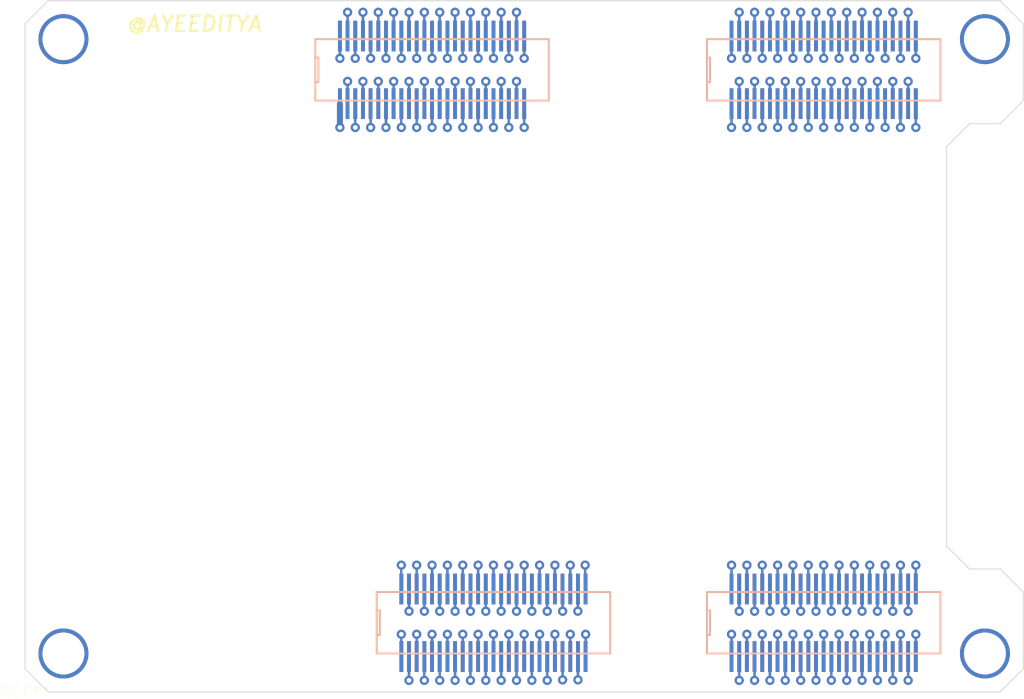
<source format=kicad_pcb>
(kicad_pcb (version 20171130) (host pcbnew "(5.1.5)-3")

  (general
    (thickness 1.6)
    (drawings 17)
    (tracks 608)
    (zones 0)
    (modules 1)
    (nets 3)
  )

  (page A4)
  (layers
    (0 F.Cu signal)
    (31 B.Cu signal)
    (32 B.Adhes user hide)
    (33 F.Adhes user hide)
    (34 B.Paste user hide)
    (35 F.Paste user hide)
    (36 B.SilkS user)
    (37 F.SilkS user)
    (38 B.Mask user hide)
    (39 F.Mask user hide)
    (40 Dwgs.User user)
    (41 Cmts.User user hide)
    (42 Eco1.User user hide)
    (43 Eco2.User user hide)
    (44 Edge.Cuts user)
    (45 Margin user)
    (46 B.CrtYd user)
    (47 F.CrtYd user)
    (48 B.Fab user hide)
    (49 F.Fab user hide)
  )

  (setup
    (last_trace_width 0.127)
    (user_trace_width 0.127)
    (user_trace_width 0.381)
    (trace_clearance 0.127)
    (zone_clearance 0.127)
    (zone_45_only yes)
    (trace_min 0.127)
    (via_size 0.6)
    (via_drill 0.3)
    (via_min_size 0.3)
    (via_min_drill 0.3)
    (uvia_size 0.3)
    (uvia_drill 0.1)
    (uvias_allowed no)
    (uvia_min_size 0.2)
    (uvia_min_drill 0.1)
    (edge_width 0.05)
    (segment_width 0.2)
    (pcb_text_width 0.3)
    (pcb_text_size 1.5 1.5)
    (mod_edge_width 0.12)
    (mod_text_size 1 1)
    (mod_text_width 0.15)
    (pad_size 1.524 1.524)
    (pad_drill 0.762)
    (pad_to_mask_clearance 0.051)
    (solder_mask_min_width 0.25)
    (aux_axis_origin 0 0)
    (visible_elements 7FFFFFFF)
    (pcbplotparams
      (layerselection 0x010fc_ffffffff)
      (usegerberextensions false)
      (usegerberattributes false)
      (usegerberadvancedattributes false)
      (creategerberjobfile false)
      (excludeedgelayer true)
      (linewidth 0.100000)
      (plotframeref false)
      (viasonmask false)
      (mode 1)
      (useauxorigin false)
      (hpglpennumber 1)
      (hpglpenspeed 20)
      (hpglpendiameter 15.000000)
      (psnegative false)
      (psa4output false)
      (plotreference true)
      (plotvalue true)
      (plotinvisibletext false)
      (padsonsilk false)
      (subtractmaskfromsilk false)
      (outputformat 1)
      (mirror false)
      (drillshape 0)
      (scaleselection 1)
      (outputdirectory "HDMI_Shield_Gerber/"))
  )

  (net 0 "")
  (net 1 GNDREF)
  (net 2 +3V3)

  (net_class Default "This is the default net class."
    (clearance 0.127)
    (trace_width 0.127)
    (via_dia 0.6)
    (via_drill 0.3)
    (uvia_dia 0.3)
    (uvia_drill 0.1)
    (diff_pair_width 0.1524)
    (diff_pair_gap 0.1524)
  )

  (net_class pwr ""
    (clearance 0.127)
    (trace_width 0.381)
    (via_dia 0.6)
    (via_drill 0.3)
    (uvia_dia 0.3)
    (uvia_drill 0.1)
    (diff_pair_width 0.1524)
    (diff_pair_gap 0.1524)
  )

  (module Custom_Parts:Alchitry_Top_Bottom locked (layer F.Cu) (tedit 5EA48645) (tstamp 5E85C3FD)
    (at 12 57)
    (fp_text reference REF** (at 0 0) (layer F.SilkS)
      (effects (font (size 0.787402 0.787402) (thickness 0.015)))
    )
    (fp_text value Alchitry_Top_Bottom (at 0 0) (layer F.Fab)
      (effects (font (size 0.787402 0.787402) (thickness 0.015)))
    )
    (fp_circle (center 2.5 -2.5) (end 4 -2.5) (layer F.Mask) (width 0.254))
    (fp_circle (center 62.5 -2.5) (end 64 -2.5) (layer B.Mask) (width 0.254))
    (fp_circle (center 62.5 -2.5) (end 64 -2.5) (layer F.Mask) (width 0.254))
    (fp_circle (center 2.5 -42.5) (end 4 -42.5) (layer F.Mask) (width 0.254))
    (fp_line (start 65 -38.5) (end 65 -43.5) (layer Dwgs.User) (width 0.1))
    (fp_line (start 63.5 -37) (end 65 -38.5) (layer Dwgs.User) (width 0.1))
    (fp_line (start 60 -9.5) (end 60 -34.5) (layer Dwgs.User) (width 0.1))
    (fp_line (start 61.5 -8) (end 60 -9.5) (layer Dwgs.User) (width 0.1))
    (fp_circle (center 62.5 -42.5) (end 64 -42.5) (layer F.Mask) (width 0.254))
    (fp_circle (center 2.5 -2.5) (end 4 -2.5) (layer B.Mask) (width 0.254))
    (fp_line (start 60 -35.5) (end 61.5 -37) (layer Dwgs.User) (width 0.1))
    (fp_line (start 19.1 -41.3) (end 18.9 -41.3) (layer F.SilkS) (width 0.127))
    (fp_circle (center 62.5 -42.5) (end 64 -42.5) (layer B.Mask) (width 0.254))
    (fp_line (start 34.1 -42.5) (end 34.1 -38.5) (layer F.SilkS) (width 0.127))
    (fp_line (start 18.9 -39.7) (end 18.9 -41.3) (layer F.SilkS) (width 0.127))
    (fp_line (start 65 -6.5) (end 63.5 -8) (layer Dwgs.User) (width 0.1))
    (fp_line (start 18.9 -41.3) (end 18.9 -42.5) (layer F.SilkS) (width 0.127))
    (fp_line (start 34.1 -38.5) (end 18.9 -38.5) (layer F.SilkS) (width 0.127))
    (fp_line (start 44.6 -39.7) (end 44.6 -41.3) (layer F.SilkS) (width 0.127))
    (fp_circle (center 2.5 -42.5) (end 4 -42.5) (layer B.Mask) (width 0.254))
    (fp_line (start 61.5 -37) (end 63.5 -37) (layer Dwgs.User) (width 0.1))
    (fp_line (start 60 -34.5) (end 60 -35.5) (layer Dwgs.User) (width 0.1))
    (fp_line (start 18.9 -39.7) (end 19.1 -39.7) (layer F.SilkS) (width 0.127))
    (fp_line (start 19.1 -39.7) (end 19.1 -41.3) (layer F.SilkS) (width 0.127))
    (fp_line (start 18.9 -42.5) (end 34.1 -42.5) (layer F.SilkS) (width 0.127))
    (fp_line (start 65 -1.5) (end 65 -6.5) (layer Dwgs.User) (width 0.1))
    (fp_line (start 18.9 -38.5) (end 18.9 -39.7) (layer F.SilkS) (width 0.127))
    (fp_line (start 44.6 -41.3) (end 44.4 -41.3) (layer F.SilkS) (width 0.127))
    (fp_line (start 63.5 -8) (end 61.5 -8) (layer Dwgs.User) (width 0.1))
    (fp_line (start 44.4 -39.7) (end 44.6 -39.7) (layer F.SilkS) (width 0.127))
    (fp_line (start 44.4 -41.3) (end 44.6 -41.3) (layer B.SilkS) (width 0.127))
    (fp_line (start 44.6 -41.3) (end 44.6 -39.7) (layer B.SilkS) (width 0.127))
    (fp_line (start 22.9 -3.7) (end 22.9 -2.5) (layer B.SilkS) (width 0.127))
    (fp_line (start 44.4 -41.3) (end 44.4 -39.7) (layer B.SilkS) (width 0.127))
    (fp_line (start 44.4 -42.5) (end 44.4 -41.3) (layer B.SilkS) (width 0.127))
    (fp_line (start 22.9 -3.7) (end 23.1 -3.7) (layer F.SilkS) (width 0.127))
    (fp_line (start 23.1 -5.3) (end 22.9 -5.3) (layer F.SilkS) (width 0.127))
    (fp_line (start 22.9 -5.3) (end 23.1 -5.3) (layer B.SilkS) (width 0.127))
    (fp_line (start 22.9 -5.3) (end 22.9 -3.7) (layer B.SilkS) (width 0.127))
    (fp_line (start 44.6 -5.3) (end 44.6 -3.7) (layer B.SilkS) (width 0.127))
    (fp_line (start 22.9 -6.5) (end 38.1 -6.5) (layer F.SilkS) (width 0.127))
    (fp_line (start 44.4 -42.5) (end 59.6 -42.5) (layer F.SilkS) (width 0.127))
    (fp_line (start 38.1 -2.5) (end 38.1 -6.5) (layer B.SilkS) (width 0.127))
    (fp_line (start 59.6 -2.5) (end 44.4 -2.5) (layer F.SilkS) (width 0.127))
    (fp_line (start 44.6 -3.7) (end 44.4 -3.7) (layer B.SilkS) (width 0.127))
    (fp_line (start 44.4 -5.3) (end 44.6 -5.3) (layer B.SilkS) (width 0.127))
    (fp_line (start 44.4 -6.5) (end 59.6 -6.5) (layer F.SilkS) (width 0.127))
    (fp_line (start 44.4 -38.5) (end 44.4 -39.7) (layer F.SilkS) (width 0.127))
    (fp_line (start 22.9 -6.5) (end 22.9 -5.3) (layer B.SilkS) (width 0.127))
    (fp_line (start 44.4 -39.7) (end 44.4 -41.3) (layer F.SilkS) (width 0.127))
    (fp_line (start 44.4 -2.5) (end 44.4 -3.7) (layer F.SilkS) (width 0.127))
    (fp_line (start 44.6 -3.7) (end 44.6 -5.3) (layer F.SilkS) (width 0.127))
    (fp_line (start 44.4 -3.7) (end 44.4 -5.3) (layer F.SilkS) (width 0.127))
    (fp_line (start 23.1 -3.7) (end 23.1 -5.3) (layer F.SilkS) (width 0.127))
    (fp_line (start 59.6 -6.5) (end 59.6 -2.5) (layer F.SilkS) (width 0.127))
    (fp_line (start 22.9 -2.5) (end 22.9 -3.7) (layer F.SilkS) (width 0.127))
    (fp_line (start 59.6 -2.5) (end 59.6 -6.5) (layer B.SilkS) (width 0.127))
    (fp_line (start 59.6 -42.5) (end 59.6 -38.5) (layer F.SilkS) (width 0.127))
    (fp_line (start 23.1 -5.3) (end 23.1 -3.7) (layer B.SilkS) (width 0.127))
    (fp_line (start 34.1 -38.5) (end 34.1 -42.5) (layer B.SilkS) (width 0.127))
    (fp_line (start 18.9 -39.7) (end 18.9 -38.5) (layer B.SilkS) (width 0.127))
    (fp_line (start 18.9 -42.5) (end 18.9 -41.3) (layer B.SilkS) (width 0.127))
    (fp_line (start 44.4 -3.7) (end 44.6 -3.7) (layer F.SilkS) (width 0.127))
    (fp_line (start 38.1 -6.5) (end 22.9 -6.5) (layer B.SilkS) (width 0.127))
    (fp_line (start 22.9 -2.5) (end 38.1 -2.5) (layer B.SilkS) (width 0.127))
    (fp_line (start 44.4 -5.3) (end 44.4 -6.5) (layer F.SilkS) (width 0.127))
    (fp_line (start 59.6 -38.5) (end 59.6 -42.5) (layer B.SilkS) (width 0.127))
    (fp_line (start 18.9 -41.3) (end 18.9 -39.7) (layer B.SilkS) (width 0.127))
    (fp_line (start 44.4 -38.5) (end 59.6 -38.5) (layer B.SilkS) (width 0.127))
    (fp_line (start 59.6 -42.5) (end 44.4 -42.5) (layer B.SilkS) (width 0.127))
    (fp_line (start 44.4 -2.5) (end 59.6 -2.5) (layer B.SilkS) (width 0.127))
    (fp_line (start 44.4 -41.3) (end 44.4 -42.5) (layer F.SilkS) (width 0.127))
    (fp_line (start 23.1 -3.7) (end 22.9 -3.7) (layer B.SilkS) (width 0.127))
    (fp_line (start 44.4 -39.7) (end 44.4 -38.5) (layer B.SilkS) (width 0.127))
    (fp_line (start 59.6 -38.5) (end 44.4 -38.5) (layer F.SilkS) (width 0.127))
    (fp_circle (center 2.5 -2.5) (end 4 -2.5) (layer F.Cu) (width 0.254))
    (fp_circle (center 2.5 -42.5) (end 4 -42.5) (layer F.Cu) (width 0.254))
    (fp_circle (center 62.5 -42.5) (end 64 -42.5) (layer F.Cu) (width 0.254))
    (fp_circle (center 62.5 -2.5) (end 64 -2.5) (layer F.Cu) (width 0.254))
    (fp_line (start 38.1 -2.5) (end 22.9 -2.5) (layer F.SilkS) (width 0.127))
    (fp_line (start 19.1 -41.3) (end 19.1 -39.7) (layer B.SilkS) (width 0.127))
    (fp_line (start 44.6 -39.7) (end 44.4 -39.7) (layer B.SilkS) (width 0.127))
    (fp_line (start 22.9 -5.3) (end 22.9 -6.5) (layer F.SilkS) (width 0.127))
    (fp_line (start 44.4 -3.7) (end 44.4 -2.5) (layer B.SilkS) (width 0.127))
    (fp_line (start 44.4 -6.5) (end 44.4 -5.3) (layer B.SilkS) (width 0.127))
    (fp_line (start 22.9 -3.7) (end 22.9 -5.3) (layer F.SilkS) (width 0.127))
    (fp_line (start 18.9 -38.5) (end 34.1 -38.5) (layer B.SilkS) (width 0.127))
    (fp_line (start 44.6 -5.3) (end 44.4 -5.3) (layer F.SilkS) (width 0.127))
    (fp_line (start 59.6 -6.5) (end 44.4 -6.5) (layer B.SilkS) (width 0.127))
    (fp_line (start 19.1 -39.7) (end 18.9 -39.7) (layer B.SilkS) (width 0.127))
    (fp_line (start 38.1 -6.5) (end 38.1 -2.5) (layer F.SilkS) (width 0.127))
    (fp_line (start 44.4 -5.3) (end 44.4 -3.7) (layer B.SilkS) (width 0.127))
    (fp_line (start 34.1 -42.5) (end 18.9 -42.5) (layer B.SilkS) (width 0.127))
    (fp_line (start 18.9 -41.3) (end 19.1 -41.3) (layer B.SilkS) (width 0.127))
    (fp_circle (center 2.5 -2.5) (end 4 -2.5) (layer B.Cu) (width 0.254))
    (fp_line (start 0 -43.5) (end 0 -1.5) (layer Dwgs.User) (width 0.1))
    (fp_circle (center 62.5 -42.5) (end 64 -42.5) (layer B.Cu) (width 0.254))
    (fp_circle (center 2.5 -42.5) (end 4 -42.5) (layer B.Cu) (width 0.254))
    (fp_line (start 65 -43.5) (end 63.5 -45) (layer Dwgs.User) (width 0.1))
    (fp_line (start 1.5 -45) (end 0 -43.5) (layer Dwgs.User) (width 0.1))
    (fp_line (start 63.5 -45) (end 1.5 -45) (layer Dwgs.User) (width 0.1))
    (fp_line (start 1.5 0) (end 63.5 0) (layer Dwgs.User) (width 0.1))
    (fp_circle (center 62.5 -2.5) (end 64 -2.5) (layer B.Cu) (width 0.254))
    (fp_line (start 63.5 0) (end 65 -1.5) (layer Dwgs.User) (width 0.1))
    (fp_line (start 0 -1.5) (end 1.5 0) (layer Dwgs.User) (width 0.1))
    (pad DB_1 smd rect (at 46 -2.3) (size 0.25 2) (layers B.Cu B.Paste B.Mask))
    (pad DB_3 smd rect (at 47 -2.3) (size 0.25 2) (layers B.Cu B.Paste B.Mask))
    (pad DB_14 smd rect (at 52.5 -2.3) (size 0.25 2) (layers B.Cu B.Paste B.Mask))
    (pad DB_5 smd rect (at 48 -2.3) (size 0.25 2) (layers B.Cu B.Paste B.Mask))
    (pad DB_2 smd rect (at 46.5 -2.3) (size 0.25 2) (layers B.Cu B.Paste B.Mask))
    (pad DB_7 smd rect (at 49 -2.3) (size 0.25 2) (layers B.Cu B.Paste B.Mask))
    (pad DB_4 smd rect (at 47.5 -2.3) (size 0.25 2) (layers B.Cu B.Paste B.Mask))
    (pad DB_8 smd rect (at 49.5 -2.3) (size 0.25 2) (layers B.Cu B.Paste B.Mask))
    (pad DB_9 smd rect (at 50 -2.3) (size 0.25 2) (layers B.Cu B.Paste B.Mask))
    (pad DB_11 smd rect (at 51 -2.3) (size 0.25 2) (layers B.Cu B.Paste B.Mask))
    (pad DB_6 smd rect (at 48.5 -2.3) (size 0.25 2) (layers B.Cu B.Paste B.Mask))
    (pad DB_10 smd rect (at 50.5 -2.3) (size 0.25 2) (layers B.Cu B.Paste B.Mask))
    (pad DB_47 smd rect (at 47.5 -6.7) (size 0.25 2) (layers B.Cu B.Paste B.Mask))
    (pad DB_46 smd rect (at 48 -6.7) (size 0.25 2) (layers B.Cu B.Paste B.Mask))
    (pad DB_43 smd rect (at 49.5 -6.7) (size 0.25 2) (layers B.Cu B.Paste B.Mask))
    (pad DB_48 smd rect (at 47 -6.7) (size 0.25 2) (layers B.Cu B.Paste B.Mask))
    (pad DB_12 smd rect (at 51.5 -2.3) (size 0.25 2) (layers B.Cu B.Paste B.Mask))
    (pad DB_13 smd rect (at 52 -2.3) (size 0.25 2) (layers B.Cu B.Paste B.Mask))
    (pad DB_45 smd rect (at 48.5 -6.7) (size 0.25 2) (layers B.Cu B.Paste B.Mask))
    (pad DB_49 smd rect (at 46.5 -6.7) (size 0.25 2) (layers B.Cu B.Paste B.Mask))
    (pad DB_50 smd rect (at 46 -6.7) (size 0.25 2) (layers B.Cu B.Paste B.Mask))
    (pad DB_44 smd rect (at 49 -6.7) (size 0.25 2) (layers B.Cu B.Paste B.Mask))
    (pad DB_41 smd rect (at 50.5 -6.7) (size 0.25 2) (layers B.Cu B.Paste B.Mask))
    (pad DB_40 smd rect (at 51 -6.7) (size 0.25 2) (layers B.Cu B.Paste B.Mask))
    (pad DB_42 smd rect (at 50 -6.7) (size 0.25 2) (layers B.Cu B.Paste B.Mask))
    (pad None np_thru_hole circle (at 58.95 -39.25) (size 0.55 0.55) (drill 0.55) (layers *.Cu *.Mask))
    (pad AB_18 smd rect (at 29 -38.3) (size 0.25 2) (layers B.Cu B.Paste B.Mask))
    (pad AB_22 smd rect (at 31 -38.3) (size 0.25 2) (layers B.Cu B.Paste B.Mask))
    (pad AB_21 smd rect (at 30.5 -38.3) (size 0.25 2) (layers B.Cu B.Paste B.Mask))
    (pad AB_47 smd rect (at 22 -42.7) (size 0.25 2) (layers B.Cu B.Paste B.Mask))
    (pad AB_46 smd rect (at 22.5 -42.7) (size 0.25 2) (layers B.Cu B.Paste B.Mask))
    (pad AB_11 smd rect (at 25.5 -38.3) (size 0.25 2) (layers B.Cu B.Paste B.Mask))
    (pad AB_40 smd rect (at 25.5 -42.7) (size 0.25 2) (layers B.Cu B.Paste B.Mask))
    (pad AB_26 smd rect (at 32.5 -42.7) (size 0.25 2) (layers B.Cu B.Paste B.Mask))
    (pad AB_9 smd rect (at 24.5 -38.3) (size 0.25 2) (layers B.Cu B.Paste B.Mask))
    (pad AB_49 smd rect (at 21 -42.7) (size 0.25 2) (layers B.Cu B.Paste B.Mask))
    (pad AB_48 smd rect (at 21.5 -42.7) (size 0.25 2) (layers B.Cu B.Paste B.Mask))
    (pad DB_35 smd rect (at 53.5 -6.7) (size 0.25 2) (layers B.Cu B.Paste B.Mask))
    (pad AB_20 smd rect (at 30 -38.3) (size 0.25 2) (layers B.Cu B.Paste B.Mask))
    (pad AB_16 smd rect (at 28 -38.3) (size 0.25 2) (layers B.Cu B.Paste B.Mask))
    (pad AB_42 smd rect (at 24.5 -42.7) (size 0.25 2) (layers B.Cu B.Paste B.Mask))
    (pad DB_30 smd rect (at 56 -6.7) (size 0.25 2) (layers B.Cu B.Paste B.Mask))
    (pad AB_4 smd rect (at 22 -38.3) (size 0.25 2) (layers B.Cu B.Paste B.Mask))
    (pad AB_39 smd rect (at 26 -42.7) (size 0.25 2) (layers B.Cu B.Paste B.Mask))
    (pad AB_29 smd rect (at 31 -42.7) (size 0.25 2) (layers B.Cu B.Paste B.Mask))
    (pad AB_32 smd rect (at 29.5 -42.7) (size 0.25 2) (layers B.Cu B.Paste B.Mask))
    (pad AB_3 smd rect (at 21.5 -38.3) (size 0.25 2) (layers B.Cu B.Paste B.Mask))
    (pad AB_17 smd rect (at 28.5 -38.3) (size 0.25 2) (layers B.Cu B.Paste B.Mask))
    (pad AB_24 smd rect (at 32 -38.3) (size 0.25 2) (layers B.Cu B.Paste B.Mask))
    (pad AB_45 smd rect (at 23 -42.7) (size 0.25 2) (layers B.Cu B.Paste B.Mask))
    (pad AB_15 smd rect (at 27.5 -38.3) (size 0.25 2) (layers B.Cu B.Paste B.Mask))
    (pad DB_38 smd rect (at 52 -6.7) (size 0.25 2) (layers B.Cu B.Paste B.Mask))
    (pad None np_thru_hole circle (at 33.45 -39.25) (size 0.55 0.55) (drill 0.55) (layers *.Cu *.Mask))
    (pad AB_1 smd rect (at 20.5 -38.3) (size 0.25 2) (layers B.Cu B.Paste B.Mask))
    (pad AB_10 smd rect (at 25 -38.3) (size 0.25 2) (layers B.Cu B.Paste B.Mask))
    (pad AB_27 smd rect (at 32 -42.7) (size 0.25 2) (layers B.Cu B.Paste B.Mask))
    (pad AB_30 smd rect (at 30.5 -42.7) (size 0.25 2) (layers B.Cu B.Paste B.Mask))
    (pad AB_31 smd rect (at 30 -42.7) (size 0.25 2) (layers B.Cu B.Paste B.Mask))
    (pad AB_33 smd rect (at 29 -42.7) (size 0.25 2) (layers B.Cu B.Paste B.Mask))
    (pad DB_37 smd rect (at 52.5 -6.7) (size 0.25 2) (layers B.Cu B.Paste B.Mask))
    (pad DB_33 smd rect (at 54.5 -6.7) (size 0.25 2) (layers B.Cu B.Paste B.Mask))
    (pad AB_12 smd rect (at 26 -38.3) (size 0.25 2) (layers B.Cu B.Paste B.Mask))
    (pad DB_36 smd rect (at 53 -6.7) (size 0.25 2) (layers B.Cu B.Paste B.Mask))
    (pad AB_25 smd rect (at 32.5 -38.3) (size 0.25 2) (layers B.Cu B.Paste B.Mask))
    (pad AB_35 smd rect (at 28 -42.7) (size 0.25 2) (layers B.Cu B.Paste B.Mask))
    (pad AB_36 smd rect (at 27.5 -42.7) (size 0.25 2) (layers B.Cu B.Paste B.Mask))
    (pad DB_32 smd rect (at 55 -6.7) (size 0.25 2) (layers B.Cu B.Paste B.Mask))
    (pad AB_37 smd rect (at 27 -42.7) (size 0.25 2) (layers B.Cu B.Paste B.Mask))
    (pad AB_6 smd rect (at 23 -38.3) (size 0.25 2) (layers B.Cu B.Paste B.Mask))
    (pad AB_44 smd rect (at 23.5 -42.7) (size 0.25 2) (layers B.Cu B.Paste B.Mask))
    (pad AB_41 smd rect (at 25 -42.7) (size 0.25 2) (layers B.Cu B.Paste B.Mask))
    (pad AB_43 smd rect (at 24 -42.7) (size 0.25 2) (layers B.Cu B.Paste B.Mask))
    (pad AB_38 smd rect (at 26.5 -42.7) (size 0.25 2) (layers B.Cu B.Paste B.Mask))
    (pad None np_thru_hole circle (at 45.05 -39.25) (size 0.55 0.55) (drill 0.55) (layers *.Cu *.Mask))
    (pad BB_25 smd rect (at 58 -38.3) (size 0.25 2) (layers B.Cu B.Paste B.Mask))
    (pad AB_50 smd rect (at 20.5 -42.7) (size 0.25 2) (layers B.Cu B.Paste B.Mask))
    (pad None np_thru_hole circle (at 19.55 -39.25) (size 0.55 0.55) (drill 0.55) (layers *.Cu *.Mask))
    (pad AB_23 smd rect (at 31.5 -38.3) (size 0.25 2) (layers B.Cu B.Paste B.Mask))
    (pad AB_2 smd rect (at 21 -38.3) (size 0.25 2) (layers B.Cu B.Paste B.Mask))
    (pad AB_28 smd rect (at 31.5 -42.7) (size 0.25 2) (layers B.Cu B.Paste B.Mask))
    (pad AB_19 smd rect (at 29.5 -38.3) (size 0.25 2) (layers B.Cu B.Paste B.Mask))
    (pad AB_34 smd rect (at 28.5 -42.7) (size 0.25 2) (layers B.Cu B.Paste B.Mask))
    (pad DB_34 smd rect (at 54 -6.7) (size 0.25 2) (layers B.Cu B.Paste B.Mask))
    (pad AB_13 smd rect (at 26.5 -38.3) (size 0.25 2) (layers B.Cu B.Paste B.Mask))
    (pad DB_31 smd rect (at 55.5 -6.7) (size 0.25 2) (layers B.Cu B.Paste B.Mask))
    (pad AB_14 smd rect (at 27 -38.3) (size 0.25 2) (layers B.Cu B.Paste B.Mask))
    (pad AB_7 smd rect (at 23.5 -38.3) (size 0.25 2) (layers B.Cu B.Paste B.Mask))
    (pad AB_5 smd rect (at 22.5 -38.3) (size 0.25 2) (layers B.Cu B.Paste B.Mask))
    (pad AB_8 smd rect (at 24 -38.3) (size 0.25 2) (layers B.Cu B.Paste B.Mask))
    (pad BB_26 smd rect (at 58 -42.7) (size 0.25 2) (layers B.Cu B.Paste B.Mask))
    (pad BB_37 smd rect (at 52.5 -42.7) (size 0.25 2) (layers B.Cu B.Paste B.Mask))
    (pad BB_11 smd rect (at 51 -38.3) (size 0.25 2) (layers B.Cu B.Paste B.Mask))
    (pad BB_2 smd rect (at 46.5 -38.3) (size 0.25 2) (layers B.Cu B.Paste B.Mask))
    (pad BB_15 smd rect (at 53 -38.3) (size 0.25 2) (layers B.Cu B.Paste B.Mask))
    (pad BB_18 smd rect (at 54.5 -38.3) (size 0.25 2) (layers B.Cu B.Paste B.Mask))
    (pad BB_10 smd rect (at 50.5 -38.3) (size 0.25 2) (layers B.Cu B.Paste B.Mask))
    (pad BB_12 smd rect (at 51.5 -38.3) (size 0.25 2) (layers B.Cu B.Paste B.Mask))
    (pad None np_thru_hole circle (at 2.5 -42.5) (size 2.2 2.2) (drill 2.2) (layers *.Cu *.Mask))
    (pad BB_48 smd rect (at 47 -42.7) (size 0.25 2) (layers B.Cu B.Paste B.Mask))
    (pad BB_14 smd rect (at 52.5 -38.3) (size 0.25 2) (layers B.Cu B.Paste B.Mask))
    (pad None np_thru_hole circle (at 62.5 -42.5) (size 2.2 2.2) (drill 2.2) (layers *.Cu *.Mask))
    (pad None np_thru_hole circle (at 62.5 -2.5) (size 2.2 2.2) (drill 2.2) (layers *.Cu *.Mask))
    (pad BB_5 smd rect (at 48 -38.3) (size 0.25 2) (layers B.Cu B.Paste B.Mask))
    (pad BB_4 smd rect (at 47.5 -38.3) (size 0.25 2) (layers B.Cu B.Paste B.Mask))
    (pad BB_49 smd rect (at 46.5 -42.7) (size 0.25 2) (layers B.Cu B.Paste B.Mask))
    (pad BB_24 smd rect (at 57.5 -38.3) (size 0.25 2) (layers B.Cu B.Paste B.Mask))
    (pad BB_16 smd rect (at 53.5 -38.3) (size 0.25 2) (layers B.Cu B.Paste B.Mask))
    (pad BB_7 smd rect (at 49 -38.3) (size 0.25 2) (layers B.Cu B.Paste B.Mask))
    (pad BB_22 smd rect (at 56.5 -38.3) (size 0.25 2) (layers B.Cu B.Paste B.Mask))
    (pad BB_44 smd rect (at 49 -42.7) (size 0.25 2) (layers B.Cu B.Paste B.Mask))
    (pad BB_8 smd rect (at 49.5 -38.3) (size 0.25 2) (layers B.Cu B.Paste B.Mask))
    (pad BB_42 smd rect (at 50 -42.7) (size 0.25 2) (layers B.Cu B.Paste B.Mask))
    (pad BB_23 smd rect (at 57 -38.3) (size 0.25 2) (layers B.Cu B.Paste B.Mask))
    (pad BB_20 smd rect (at 55.5 -38.3) (size 0.25 2) (layers B.Cu B.Paste B.Mask))
    (pad BB_45 smd rect (at 48.5 -42.7) (size 0.25 2) (layers B.Cu B.Paste B.Mask))
    (pad BB_29 smd rect (at 56.5 -42.7) (size 0.25 2) (layers B.Cu B.Paste B.Mask))
    (pad BB_31 smd rect (at 55.5 -42.7) (size 0.25 2) (layers B.Cu B.Paste B.Mask))
    (pad BB_41 smd rect (at 50.5 -42.7) (size 0.25 2) (layers B.Cu B.Paste B.Mask))
    (pad BB_50 smd rect (at 46 -42.7) (size 0.25 2) (layers B.Cu B.Paste B.Mask))
    (pad BB_3 smd rect (at 47 -38.3) (size 0.25 2) (layers B.Cu B.Paste B.Mask))
    (pad BB_28 smd rect (at 57 -42.7) (size 0.25 2) (layers B.Cu B.Paste B.Mask))
    (pad BB_36 smd rect (at 53 -42.7) (size 0.25 2) (layers B.Cu B.Paste B.Mask))
    (pad BB_47 smd rect (at 47.5 -42.7) (size 0.25 2) (layers B.Cu B.Paste B.Mask))
    (pad BB_33 smd rect (at 54.5 -42.7) (size 0.25 2) (layers B.Cu B.Paste B.Mask))
    (pad BB_38 smd rect (at 52 -42.7) (size 0.25 2) (layers B.Cu B.Paste B.Mask))
    (pad None np_thru_hole circle (at 2.5 -2.5) (size 2.2 2.2) (drill 2.2) (layers *.Cu *.Mask))
    (pad BB_17 smd rect (at 54 -38.3) (size 0.25 2) (layers B.Cu B.Paste B.Mask))
    (pad BB_34 smd rect (at 54 -42.7) (size 0.25 2) (layers B.Cu B.Paste B.Mask))
    (pad BB_27 smd rect (at 57.5 -42.7) (size 0.25 2) (layers B.Cu B.Paste B.Mask))
    (pad BB_19 smd rect (at 55 -38.3) (size 0.25 2) (layers B.Cu B.Paste B.Mask))
    (pad BB_30 smd rect (at 56 -42.7) (size 0.25 2) (layers B.Cu B.Paste B.Mask))
    (pad BB_6 smd rect (at 48.5 -38.3) (size 0.25 2) (layers B.Cu B.Paste B.Mask))
    (pad BB_1 smd rect (at 46 -38.3) (size 0.25 2) (layers B.Cu B.Paste B.Mask))
    (pad BB_21 smd rect (at 56 -38.3) (size 0.25 2) (layers B.Cu B.Paste B.Mask))
    (pad BB_9 smd rect (at 50 -38.3) (size 0.25 2) (layers B.Cu B.Paste B.Mask))
    (pad BB_32 smd rect (at 55 -42.7) (size 0.25 2) (layers B.Cu B.Paste B.Mask))
    (pad BB_46 smd rect (at 48 -42.7) (size 0.25 2) (layers B.Cu B.Paste B.Mask))
    (pad BB_40 smd rect (at 51 -42.7) (size 0.25 2) (layers B.Cu B.Paste B.Mask))
    (pad BB_39 smd rect (at 51.5 -42.7) (size 0.25 2) (layers B.Cu B.Paste B.Mask))
    (pad BB_35 smd rect (at 53.5 -42.7) (size 0.25 2) (layers B.Cu B.Paste B.Mask))
    (pad BB_13 smd rect (at 52 -38.3) (size 0.25 2) (layers B.Cu B.Paste B.Mask))
    (pad BB_43 smd rect (at 49.5 -42.7) (size 0.25 2) (layers B.Cu B.Paste B.Mask))
    (pad DB_29 smd rect (at 56.5 -6.7) (size 0.25 2) (layers B.Cu B.Paste B.Mask))
    (pad DB_26 smd rect (at 58 -6.7) (size 0.25 2) (layers B.Cu B.Paste B.Mask))
    (pad DB_28 smd rect (at 57 -6.7) (size 0.25 2) (layers B.Cu B.Paste B.Mask))
    (pad DB_39 smd rect (at 51.5 -6.7) (size 0.25 2) (layers B.Cu B.Paste B.Mask))
    (pad DB_27 smd rect (at 57.5 -6.7) (size 0.25 2) (layers B.Cu B.Paste B.Mask))
    (pad DT_19 smd rect (at 55 -2.3) (size 0.25 2) (layers F.Cu F.Paste F.Mask))
    (pad DT_13 smd rect (at 52 -2.3) (size 0.25 2) (layers F.Cu F.Paste F.Mask))
    (pad DT_4 smd rect (at 47.5 -2.3) (size 0.25 2) (layers F.Cu F.Paste F.Mask))
    (pad None np_thru_hole circle (at 23.55 -3.25) (size 0.55 0.55) (drill 0.55) (layers *.Cu *.Mask))
    (pad None np_thru_hole circle (at 37.45 -3.25) (size 0.55 0.55) (drill 0.55) (layers *.Cu *.Mask))
    (pad DT_43 smd rect (at 49.5 -6.7) (size 0.25 2) (layers F.Cu F.Paste F.Mask))
    (pad CB_25 smd rect (at 36.5 -2.3) (size 0.25 2) (layers B.Cu B.Paste B.Mask))
    (pad CT_16 smd rect (at 32 -2.3) (size 0.25 2) (layers F.Cu F.Paste F.Mask))
    (pad CT_13 smd rect (at 30.5 -2.3) (size 0.25 2) (layers F.Cu F.Paste F.Mask))
    (pad DT_49 smd rect (at 46.5 -6.7) (size 0.25 2) (layers F.Cu F.Paste F.Mask))
    (pad DT_46 smd rect (at 48 -6.7) (size 0.25 2) (layers F.Cu F.Paste F.Mask))
    (pad DT_3 smd rect (at 47 -2.3) (size 0.25 2) (layers F.Cu F.Paste F.Mask))
    (pad DT_5 smd rect (at 48 -2.3) (size 0.25 2) (layers F.Cu F.Paste F.Mask))
    (pad None np_thru_hole circle (at 45.05 -5.75) (size 0.55 0.55) (drill 0.55) (layers *.Cu *.Mask))
    (pad DT_9 smd rect (at 50 -2.3) (size 0.25 2) (layers F.Cu F.Paste F.Mask))
    (pad DT_45 smd rect (at 48.5 -6.7) (size 0.25 2) (layers F.Cu F.Paste F.Mask))
    (pad CB_24 smd rect (at 36 -2.3) (size 0.25 2) (layers B.Cu B.Paste B.Mask))
    (pad CB_23 smd rect (at 35.5 -2.3) (size 0.25 2) (layers B.Cu B.Paste B.Mask))
    (pad CB_22 smd rect (at 35 -2.3) (size 0.25 2) (layers B.Cu B.Paste B.Mask))
    (pad CB_21 smd rect (at 34.5 -2.3) (size 0.25 2) (layers B.Cu B.Paste B.Mask))
    (pad DT_40 smd rect (at 51 -6.7) (size 0.25 2) (layers F.Cu F.Paste F.Mask))
    (pad CT_15 smd rect (at 31.5 -2.3) (size 0.25 2) (layers F.Cu F.Paste F.Mask))
    (pad DT_32 smd rect (at 55 -6.7) (size 0.25 2) (layers F.Cu F.Paste F.Mask))
    (pad DT_41 smd rect (at 50.5 -6.7) (size 0.25 2) (layers F.Cu F.Paste F.Mask))
    (pad DT_33 smd rect (at 54.5 -6.7) (size 0.25 2) (layers F.Cu F.Paste F.Mask))
    (pad DT_47 smd rect (at 47.5 -6.7) (size 0.25 2) (layers F.Cu F.Paste F.Mask))
    (pad DT_38 smd rect (at 52 -6.7) (size 0.25 2) (layers F.Cu F.Paste F.Mask))
    (pad DT_35 smd rect (at 53.5 -6.7) (size 0.25 2) (layers F.Cu F.Paste F.Mask))
    (pad DT_8 smd rect (at 49.5 -2.3) (size 0.25 2) (layers F.Cu F.Paste F.Mask))
    (pad DT_29 smd rect (at 56.5 -6.7) (size 0.25 2) (layers F.Cu F.Paste F.Mask))
    (pad DT_1 smd rect (at 46 -2.3) (size 0.25 2) (layers F.Cu F.Paste F.Mask))
    (pad DT_34 smd rect (at 54 -6.7) (size 0.25 2) (layers F.Cu F.Paste F.Mask))
    (pad CT_14 smd rect (at 31 -2.3) (size 0.25 2) (layers F.Cu F.Paste F.Mask))
    (pad DT_37 smd rect (at 52.5 -6.7) (size 0.25 2) (layers F.Cu F.Paste F.Mask))
    (pad DT_26 smd rect (at 58 -6.7) (size 0.25 2) (layers F.Cu F.Paste F.Mask))
    (pad DT_27 smd rect (at 57.5 -6.7) (size 0.25 2) (layers F.Cu F.Paste F.Mask))
    (pad DT_28 smd rect (at 57 -6.7) (size 0.25 2) (layers F.Cu F.Paste F.Mask))
    (pad DT_7 smd rect (at 49 -2.3) (size 0.25 2) (layers F.Cu F.Paste F.Mask))
    (pad DT_42 smd rect (at 50 -6.7) (size 0.25 2) (layers F.Cu F.Paste F.Mask))
    (pad DT_12 smd rect (at 51.5 -2.3) (size 0.25 2) (layers F.Cu F.Paste F.Mask))
    (pad DT_25 smd rect (at 58 -2.3) (size 0.25 2) (layers F.Cu F.Paste F.Mask))
    (pad DT_10 smd rect (at 50.5 -2.3) (size 0.25 2) (layers F.Cu F.Paste F.Mask))
    (pad DT_30 smd rect (at 56 -6.7) (size 0.25 2) (layers F.Cu F.Paste F.Mask))
    (pad DT_23 smd rect (at 57 -2.3) (size 0.25 2) (layers F.Cu F.Paste F.Mask))
    (pad DT_22 smd rect (at 56.5 -2.3) (size 0.25 2) (layers F.Cu F.Paste F.Mask))
    (pad DT_17 smd rect (at 54 -2.3) (size 0.25 2) (layers F.Cu F.Paste F.Mask))
    (pad DT_48 smd rect (at 47 -6.7) (size 0.25 2) (layers F.Cu F.Paste F.Mask))
    (pad DT_16 smd rect (at 53.5 -2.3) (size 0.25 2) (layers F.Cu F.Paste F.Mask))
    (pad DT_18 smd rect (at 54.5 -2.3) (size 0.25 2) (layers F.Cu F.Paste F.Mask))
    (pad DT_50 smd rect (at 46 -6.7) (size 0.25 2) (layers F.Cu F.Paste F.Mask))
    (pad DT_15 smd rect (at 53 -2.3) (size 0.25 2) (layers F.Cu F.Paste F.Mask))
    (pad None np_thru_hole circle (at 58.95 -5.75) (size 0.55 0.55) (drill 0.55) (layers *.Cu *.Mask))
    (pad CT_17 smd rect (at 32.5 -2.3) (size 0.25 2) (layers F.Cu F.Paste F.Mask))
    (pad DT_44 smd rect (at 49 -6.7) (size 0.25 2) (layers F.Cu F.Paste F.Mask))
    (pad DT_36 smd rect (at 53 -6.7) (size 0.25 2) (layers F.Cu F.Paste F.Mask))
    (pad DT_39 smd rect (at 51.5 -6.7) (size 0.25 2) (layers F.Cu F.Paste F.Mask))
    (pad DT_2 smd rect (at 46.5 -2.3) (size 0.25 2) (layers F.Cu F.Paste F.Mask))
    (pad DT_14 smd rect (at 52.5 -2.3) (size 0.25 2) (layers F.Cu F.Paste F.Mask))
    (pad DT_11 smd rect (at 51 -2.3) (size 0.25 2) (layers F.Cu F.Paste F.Mask))
    (pad DT_21 smd rect (at 56 -2.3) (size 0.25 2) (layers F.Cu F.Paste F.Mask))
    (pad DT_31 smd rect (at 55.5 -6.7) (size 0.25 2) (layers F.Cu F.Paste F.Mask))
    (pad DT_20 smd rect (at 55.5 -2.3) (size 0.25 2) (layers F.Cu F.Paste F.Mask))
    (pad DT_6 smd rect (at 48.5 -2.3) (size 0.25 2) (layers F.Cu F.Paste F.Mask))
    (pad DT_24 smd rect (at 57.5 -2.3) (size 0.25 2) (layers F.Cu F.Paste F.Mask))
    (pad CB_36 smd rect (at 31.5 -6.7) (size 0.25 2) (layers B.Cu B.Paste B.Mask))
    (pad CB_5 smd rect (at 26.5 -2.3) (size 0.25 2) (layers B.Cu B.Paste B.Mask))
    (pad DB_15 smd rect (at 53 -2.3) (size 0.25 2) (layers B.Cu B.Paste B.Mask))
    (pad CB_4 smd rect (at 26 -2.3) (size 0.25 2) (layers B.Cu B.Paste B.Mask))
    (pad CB_6 smd rect (at 27 -2.3) (size 0.25 2) (layers B.Cu B.Paste B.Mask))
    (pad CB_49 smd rect (at 25 -6.7) (size 0.25 2) (layers B.Cu B.Paste B.Mask))
    (pad CB_43 smd rect (at 28 -6.7) (size 0.25 2) (layers B.Cu B.Paste B.Mask))
    (pad CB_19 smd rect (at 33.5 -2.3) (size 0.25 2) (layers B.Cu B.Paste B.Mask))
    (pad CB_26 smd rect (at 36.5 -6.7) (size 0.25 2) (layers B.Cu B.Paste B.Mask))
    (pad CB_28 smd rect (at 35.5 -6.7) (size 0.25 2) (layers B.Cu B.Paste B.Mask))
    (pad CB_2 smd rect (at 25 -2.3) (size 0.25 2) (layers B.Cu B.Paste B.Mask))
    (pad CB_46 smd rect (at 26.5 -6.7) (size 0.25 2) (layers B.Cu B.Paste B.Mask))
    (pad CB_41 smd rect (at 29 -6.7) (size 0.25 2) (layers B.Cu B.Paste B.Mask))
    (pad CB_39 smd rect (at 30 -6.7) (size 0.25 2) (layers B.Cu B.Paste B.Mask))
    (pad CB_20 smd rect (at 34 -2.3) (size 0.25 2) (layers B.Cu B.Paste B.Mask))
    (pad CB_17 smd rect (at 32.5 -2.3) (size 0.25 2) (layers B.Cu B.Paste B.Mask))
    (pad CB_30 smd rect (at 34.5 -6.7) (size 0.25 2) (layers B.Cu B.Paste B.Mask))
    (pad CB_31 smd rect (at 34 -6.7) (size 0.25 2) (layers B.Cu B.Paste B.Mask))
    (pad CB_33 smd rect (at 33 -6.7) (size 0.25 2) (layers B.Cu B.Paste B.Mask))
    (pad CB_18 smd rect (at 33 -2.3) (size 0.25 2) (layers B.Cu B.Paste B.Mask))
    (pad CB_8 smd rect (at 28 -2.3) (size 0.25 2) (layers B.Cu B.Paste B.Mask))
    (pad CB_34 smd rect (at 32.5 -6.7) (size 0.25 2) (layers B.Cu B.Paste B.Mask))
    (pad CB_27 smd rect (at 36 -6.7) (size 0.25 2) (layers B.Cu B.Paste B.Mask))
    (pad CB_35 smd rect (at 32 -6.7) (size 0.25 2) (layers B.Cu B.Paste B.Mask))
    (pad CB_1 smd rect (at 24.5 -2.3) (size 0.25 2) (layers B.Cu B.Paste B.Mask))
    (pad CB_37 smd rect (at 31 -6.7) (size 0.25 2) (layers B.Cu B.Paste B.Mask))
    (pad None np_thru_hole circle (at 58.95 -3.25) (size 0.55 0.55) (drill 0.55) (layers *.Cu *.Mask))
    (pad DB_23 smd rect (at 57 -2.3) (size 0.25 2) (layers B.Cu B.Paste B.Mask))
    (pad CB_13 smd rect (at 30.5 -2.3) (size 0.25 2) (layers B.Cu B.Paste B.Mask))
    (pad CB_44 smd rect (at 27.5 -6.7) (size 0.25 2) (layers B.Cu B.Paste B.Mask))
    (pad DB_22 smd rect (at 56.5 -2.3) (size 0.25 2) (layers B.Cu B.Paste B.Mask))
    (pad DB_21 smd rect (at 56 -2.3) (size 0.25 2) (layers B.Cu B.Paste B.Mask))
    (pad DB_20 smd rect (at 55.5 -2.3) (size 0.25 2) (layers B.Cu B.Paste B.Mask))
    (pad DB_19 smd rect (at 55 -2.3) (size 0.25 2) (layers B.Cu B.Paste B.Mask))
    (pad DB_18 smd rect (at 54.5 -2.3) (size 0.25 2) (layers B.Cu B.Paste B.Mask))
    (pad CB_3 smd rect (at 25.5 -2.3) (size 0.25 2) (layers B.Cu B.Paste B.Mask))
    (pad CB_7 smd rect (at 27.5 -2.3) (size 0.25 2) (layers B.Cu B.Paste B.Mask))
    (pad CB_9 smd rect (at 28.5 -2.3) (size 0.25 2) (layers B.Cu B.Paste B.Mask))
    (pad CB_47 smd rect (at 26 -6.7) (size 0.25 2) (layers B.Cu B.Paste B.Mask))
    (pad CB_45 smd rect (at 27 -6.7) (size 0.25 2) (layers B.Cu B.Paste B.Mask))
    (pad CB_29 smd rect (at 35 -6.7) (size 0.25 2) (layers B.Cu B.Paste B.Mask))
    (pad CB_40 smd rect (at 29.5 -6.7) (size 0.25 2) (layers B.Cu B.Paste B.Mask))
    (pad CB_48 smd rect (at 25.5 -6.7) (size 0.25 2) (layers B.Cu B.Paste B.Mask))
    (pad CB_42 smd rect (at 28.5 -6.7) (size 0.25 2) (layers B.Cu B.Paste B.Mask))
    (pad CB_50 smd rect (at 24.5 -6.7) (size 0.25 2) (layers B.Cu B.Paste B.Mask))
    (pad CB_32 smd rect (at 33.5 -6.7) (size 0.25 2) (layers B.Cu B.Paste B.Mask))
    (pad DB_25 smd rect (at 58 -2.3) (size 0.25 2) (layers B.Cu B.Paste B.Mask))
    (pad CB_38 smd rect (at 30.5 -6.7) (size 0.25 2) (layers B.Cu B.Paste B.Mask))
    (pad CB_12 smd rect (at 30 -2.3) (size 0.25 2) (layers B.Cu B.Paste B.Mask))
    (pad DB_17 smd rect (at 54 -2.3) (size 0.25 2) (layers B.Cu B.Paste B.Mask))
    (pad None np_thru_hole circle (at 45.05 -3.25) (size 0.55 0.55) (drill 0.55) (layers *.Cu *.Mask))
    (pad DB_16 smd rect (at 53.5 -2.3) (size 0.25 2) (layers B.Cu B.Paste B.Mask))
    (pad CB_14 smd rect (at 31 -2.3) (size 0.25 2) (layers B.Cu B.Paste B.Mask))
    (pad CB_16 smd rect (at 32 -2.3) (size 0.25 2) (layers B.Cu B.Paste B.Mask))
    (pad DB_24 smd rect (at 57.5 -2.3) (size 0.25 2) (layers B.Cu B.Paste B.Mask))
    (pad CB_15 smd rect (at 31.5 -2.3) (size 0.25 2) (layers B.Cu B.Paste B.Mask))
    (pad CB_11 smd rect (at 29.5 -2.3) (size 0.25 2) (layers B.Cu B.Paste B.Mask))
    (pad CB_10 smd rect (at 29 -2.3) (size 0.25 2) (layers B.Cu B.Paste B.Mask))
    (pad AT_10 smd rect (at 25 -38.3) (size 0.25 2) (layers F.Cu F.Paste F.Mask))
    (pad AT_28 smd rect (at 31.5 -42.7) (size 0.25 2) (layers F.Cu F.Paste F.Mask))
    (pad AT_43 smd rect (at 24 -42.7) (size 0.25 2) (layers F.Cu F.Paste F.Mask))
    (pad AT_27 smd rect (at 32 -42.7) (size 0.25 2) (layers F.Cu F.Paste F.Mask))
    (pad AT_29 smd rect (at 31 -42.7) (size 0.25 2) (layers F.Cu F.Paste F.Mask))
    (pad AT_50 smd rect (at 20.5 -42.7) (size 0.25 2) (layers F.Cu F.Paste F.Mask))
    (pad AT_46 smd rect (at 22.5 -42.7) (size 0.25 2) (layers F.Cu F.Paste F.Mask))
    (pad AT_42 smd rect (at 24.5 -42.7) (size 0.25 2) (layers F.Cu F.Paste F.Mask))
    (pad AT_38 smd rect (at 26.5 -42.7) (size 0.25 2) (layers F.Cu F.Paste F.Mask))
    (pad AT_25 smd rect (at 32.5 -38.3) (size 0.25 2) (layers F.Cu F.Paste F.Mask))
    (pad AT_45 smd rect (at 23 -42.7) (size 0.25 2) (layers F.Cu F.Paste F.Mask))
    (pad AT_1 smd rect (at 20.5 -38.3) (size 0.25 2) (layers F.Cu F.Paste F.Mask))
    (pad AT_39 smd rect (at 26 -42.7) (size 0.25 2) (layers F.Cu F.Paste F.Mask))
    (pad None np_thru_hole circle (at 33.45 -41.75) (size 0.55 0.55) (drill 0.55) (layers *.Cu *.Mask))
    (pad AT_20 smd rect (at 30 -38.3) (size 0.25 2) (layers F.Cu F.Paste F.Mask))
    (pad AT_15 smd rect (at 27.5 -38.3) (size 0.25 2) (layers F.Cu F.Paste F.Mask))
    (pad AT_14 smd rect (at 27 -38.3) (size 0.25 2) (layers F.Cu F.Paste F.Mask))
    (pad AT_18 smd rect (at 29 -38.3) (size 0.25 2) (layers F.Cu F.Paste F.Mask))
    (pad AT_41 smd rect (at 25 -42.7) (size 0.25 2) (layers F.Cu F.Paste F.Mask))
    (pad AT_2 smd rect (at 21 -38.3) (size 0.25 2) (layers F.Cu F.Paste F.Mask))
    (pad AT_23 smd rect (at 31.5 -38.3) (size 0.25 2) (layers F.Cu F.Paste F.Mask))
    (pad AT_11 smd rect (at 25.5 -38.3) (size 0.25 2) (layers F.Cu F.Paste F.Mask))
    (pad AT_31 smd rect (at 30 -42.7) (size 0.25 2) (layers F.Cu F.Paste F.Mask))
    (pad AT_17 smd rect (at 28.5 -38.3) (size 0.25 2) (layers F.Cu F.Paste F.Mask))
    (pad None np_thru_hole circle (at 45.05 -41.75) (size 0.55 0.55) (drill 0.55) (layers *.Cu *.Mask))
    (pad BT_26 smd rect (at 58 -42.7) (size 0.25 2) (layers F.Cu F.Paste F.Mask))
    (pad BT_28 smd rect (at 57 -42.7) (size 0.25 2) (layers F.Cu F.Paste F.Mask))
    (pad AT_47 smd rect (at 22 -42.7) (size 0.25 2) (layers F.Cu F.Paste F.Mask))
    (pad None np_thru_hole circle (at 19.55 -41.75) (size 0.55 0.55) (drill 0.55) (layers *.Cu *.Mask))
    (pad None np_thru_hole circle (at 58.95 -41.75) (size 0.55 0.55) (drill 0.55) (layers *.Cu *.Mask))
    (pad BT_27 smd rect (at 57.5 -42.7) (size 0.25 2) (layers F.Cu F.Paste F.Mask))
    (pad AT_40 smd rect (at 25.5 -42.7) (size 0.25 2) (layers F.Cu F.Paste F.Mask))
    (pad AT_36 smd rect (at 27.5 -42.7) (size 0.25 2) (layers F.Cu F.Paste F.Mask))
    (pad AT_44 smd rect (at 23.5 -42.7) (size 0.25 2) (layers F.Cu F.Paste F.Mask))
    (pad AT_13 smd rect (at 26.5 -38.3) (size 0.25 2) (layers F.Cu F.Paste F.Mask))
    (pad BT_29 smd rect (at 56.5 -42.7) (size 0.25 2) (layers F.Cu F.Paste F.Mask))
    (pad AT_24 smd rect (at 32 -38.3) (size 0.25 2) (layers F.Cu F.Paste F.Mask))
    (pad BT_30 smd rect (at 56 -42.7) (size 0.25 2) (layers F.Cu F.Paste F.Mask))
    (pad BT_31 smd rect (at 55.5 -42.7) (size 0.25 2) (layers F.Cu F.Paste F.Mask))
    (pad AT_26 smd rect (at 32.5 -42.7) (size 0.25 2) (layers F.Cu F.Paste F.Mask))
    (pad AT_30 smd rect (at 30.5 -42.7) (size 0.25 2) (layers F.Cu F.Paste F.Mask))
    (pad AT_32 smd rect (at 29.5 -42.7) (size 0.25 2) (layers F.Cu F.Paste F.Mask))
    (pad AT_48 smd rect (at 21.5 -42.7) (size 0.25 2) (layers F.Cu F.Paste F.Mask))
    (pad AT_3 smd rect (at 21.5 -38.3) (size 0.25 2) (layers F.Cu F.Paste F.Mask))
    (pad AT_16 smd rect (at 28 -38.3) (size 0.25 2) (layers F.Cu F.Paste F.Mask))
    (pad BT_32 smd rect (at 55 -42.7) (size 0.25 2) (layers F.Cu F.Paste F.Mask))
    (pad AT_49 smd rect (at 21 -42.7) (size 0.25 2) (layers F.Cu F.Paste F.Mask))
    (pad BT_33 smd rect (at 54.5 -42.7) (size 0.25 2) (layers F.Cu F.Paste F.Mask))
    (pad AT_37 smd rect (at 27 -42.7) (size 0.25 2) (layers F.Cu F.Paste F.Mask))
    (pad AT_9 smd rect (at 24.5 -38.3) (size 0.25 2) (layers F.Cu F.Paste F.Mask))
    (pad AT_21 smd rect (at 30.5 -38.3) (size 0.25 2) (layers F.Cu F.Paste F.Mask))
    (pad AT_4 smd rect (at 22 -38.3) (size 0.25 2) (layers F.Cu F.Paste F.Mask))
    (pad AT_35 smd rect (at 28 -42.7) (size 0.25 2) (layers F.Cu F.Paste F.Mask))
    (pad AT_6 smd rect (at 23 -38.3) (size 0.25 2) (layers F.Cu F.Paste F.Mask))
    (pad BT_34 smd rect (at 54 -42.7) (size 0.25 2) (layers F.Cu F.Paste F.Mask))
    (pad AT_12 smd rect (at 26 -38.3) (size 0.25 2) (layers F.Cu F.Paste F.Mask))
    (pad AT_22 smd rect (at 31 -38.3) (size 0.25 2) (layers F.Cu F.Paste F.Mask))
    (pad AT_7 smd rect (at 23.5 -38.3) (size 0.25 2) (layers F.Cu F.Paste F.Mask))
    (pad AT_8 smd rect (at 24 -38.3) (size 0.25 2) (layers F.Cu F.Paste F.Mask))
    (pad AT_19 smd rect (at 29.5 -38.3) (size 0.25 2) (layers F.Cu F.Paste F.Mask))
    (pad AT_34 smd rect (at 28.5 -42.7) (size 0.25 2) (layers F.Cu F.Paste F.Mask))
    (pad AT_5 smd rect (at 22.5 -38.3) (size 0.25 2) (layers F.Cu F.Paste F.Mask))
    (pad AT_33 smd rect (at 29 -42.7) (size 0.25 2) (layers F.Cu F.Paste F.Mask))
    (pad BT_10 smd rect (at 50.5 -38.3) (size 0.25 2) (layers F.Cu F.Paste F.Mask))
    (pad BT_3 smd rect (at 47 -38.3) (size 0.25 2) (layers F.Cu F.Paste F.Mask))
    (pad BT_43 smd rect (at 49.5 -42.7) (size 0.25 2) (layers F.Cu F.Paste F.Mask))
    (pad BT_9 smd rect (at 50 -38.3) (size 0.25 2) (layers F.Cu F.Paste F.Mask))
    (pad BT_45 smd rect (at 48.5 -42.7) (size 0.25 2) (layers F.Cu F.Paste F.Mask))
    (pad BT_24 smd rect (at 57.5 -38.3) (size 0.25 2) (layers F.Cu F.Paste F.Mask))
    (pad BT_38 smd rect (at 52 -42.7) (size 0.25 2) (layers F.Cu F.Paste F.Mask))
    (pad BT_39 smd rect (at 51.5 -42.7) (size 0.25 2) (layers F.Cu F.Paste F.Mask))
    (pad CT_35 smd rect (at 32 -6.7) (size 0.25 2) (layers F.Cu F.Paste F.Mask))
    (pad CT_36 smd rect (at 31.5 -6.7) (size 0.25 2) (layers F.Cu F.Paste F.Mask))
    (pad BT_8 smd rect (at 49.5 -38.3) (size 0.25 2) (layers F.Cu F.Paste F.Mask))
    (pad BT_22 smd rect (at 56.5 -38.3) (size 0.25 2) (layers F.Cu F.Paste F.Mask))
    (pad CT_26 smd rect (at 36.5 -6.7) (size 0.25 2) (layers F.Cu F.Paste F.Mask))
    (pad CT_37 smd rect (at 31 -6.7) (size 0.25 2) (layers F.Cu F.Paste F.Mask))
    (pad BT_41 smd rect (at 50.5 -42.7) (size 0.25 2) (layers F.Cu F.Paste F.Mask))
    (pad BT_46 smd rect (at 48 -42.7) (size 0.25 2) (layers F.Cu F.Paste F.Mask))
    (pad CT_49 smd rect (at 25 -6.7) (size 0.25 2) (layers F.Cu F.Paste F.Mask))
    (pad BT_4 smd rect (at 47.5 -38.3) (size 0.25 2) (layers F.Cu F.Paste F.Mask))
    (pad CT_47 smd rect (at 26 -6.7) (size 0.25 2) (layers F.Cu F.Paste F.Mask))
    (pad BT_25 smd rect (at 58 -38.3) (size 0.25 2) (layers F.Cu F.Paste F.Mask))
    (pad CT_42 smd rect (at 28.5 -6.7) (size 0.25 2) (layers F.Cu F.Paste F.Mask))
    (pad BT_1 smd rect (at 46 -38.3) (size 0.25 2) (layers F.Cu F.Paste F.Mask))
    (pad CT_48 smd rect (at 25.5 -6.7) (size 0.25 2) (layers F.Cu F.Paste F.Mask))
    (pad BT_5 smd rect (at 48 -38.3) (size 0.25 2) (layers F.Cu F.Paste F.Mask))
    (pad BT_48 smd rect (at 47 -42.7) (size 0.25 2) (layers F.Cu F.Paste F.Mask))
    (pad CT_33 smd rect (at 33 -6.7) (size 0.25 2) (layers F.Cu F.Paste F.Mask))
    (pad CT_29 smd rect (at 35 -6.7) (size 0.25 2) (layers F.Cu F.Paste F.Mask))
    (pad CT_31 smd rect (at 34 -6.7) (size 0.25 2) (layers F.Cu F.Paste F.Mask))
    (pad CT_46 smd rect (at 26.5 -6.7) (size 0.25 2) (layers F.Cu F.Paste F.Mask))
    (pad BT_21 smd rect (at 56 -38.3) (size 0.25 2) (layers F.Cu F.Paste F.Mask))
    (pad BT_19 smd rect (at 55 -38.3) (size 0.25 2) (layers F.Cu F.Paste F.Mask))
    (pad BT_49 smd rect (at 46.5 -42.7) (size 0.25 2) (layers F.Cu F.Paste F.Mask))
    (pad BT_35 smd rect (at 53.5 -42.7) (size 0.25 2) (layers F.Cu F.Paste F.Mask))
    (pad BT_44 smd rect (at 49 -42.7) (size 0.25 2) (layers F.Cu F.Paste F.Mask))
    (pad BT_18 smd rect (at 54.5 -38.3) (size 0.25 2) (layers F.Cu F.Paste F.Mask))
    (pad BT_17 smd rect (at 54 -38.3) (size 0.25 2) (layers F.Cu F.Paste F.Mask))
    (pad BT_13 smd rect (at 52 -38.3) (size 0.25 2) (layers F.Cu F.Paste F.Mask))
    (pad CT_27 smd rect (at 36 -6.7) (size 0.25 2) (layers F.Cu F.Paste F.Mask))
    (pad CT_28 smd rect (at 35.5 -6.7) (size 0.25 2) (layers F.Cu F.Paste F.Mask))
    (pad BT_47 smd rect (at 47.5 -42.7) (size 0.25 2) (layers F.Cu F.Paste F.Mask))
    (pad BT_42 smd rect (at 50 -42.7) (size 0.25 2) (layers F.Cu F.Paste F.Mask))
    (pad BT_11 smd rect (at 51 -38.3) (size 0.25 2) (layers F.Cu F.Paste F.Mask))
    (pad BT_16 smd rect (at 53.5 -38.3) (size 0.25 2) (layers F.Cu F.Paste F.Mask))
    (pad BT_15 smd rect (at 53 -38.3) (size 0.25 2) (layers F.Cu F.Paste F.Mask))
    (pad BT_7 smd rect (at 49 -38.3) (size 0.25 2) (layers F.Cu F.Paste F.Mask))
    (pad None np_thru_hole circle (at 23.55 -5.75) (size 0.55 0.55) (drill 0.55) (layers *.Cu *.Mask))
    (pad CT_32 smd rect (at 33.5 -6.7) (size 0.25 2) (layers F.Cu F.Paste F.Mask))
    (pad BT_14 smd rect (at 52.5 -38.3) (size 0.25 2) (layers F.Cu F.Paste F.Mask))
    (pad CT_44 smd rect (at 27.5 -6.7) (size 0.25 2) (layers F.Cu F.Paste F.Mask))
    (pad BT_6 smd rect (at 48.5 -38.3) (size 0.25 2) (layers F.Cu F.Paste F.Mask))
    (pad BT_20 smd rect (at 55.5 -38.3) (size 0.25 2) (layers F.Cu F.Paste F.Mask))
    (pad CT_30 smd rect (at 34.5 -6.7) (size 0.25 2) (layers F.Cu F.Paste F.Mask))
    (pad CT_34 smd rect (at 32.5 -6.7) (size 0.25 2) (layers F.Cu F.Paste F.Mask))
    (pad BT_12 smd rect (at 51.5 -38.3) (size 0.25 2) (layers F.Cu F.Paste F.Mask))
    (pad CT_43 smd rect (at 28 -6.7) (size 0.25 2) (layers F.Cu F.Paste F.Mask))
    (pad BT_37 smd rect (at 52.5 -42.7) (size 0.25 2) (layers F.Cu F.Paste F.Mask))
    (pad BT_40 smd rect (at 51 -42.7) (size 0.25 2) (layers F.Cu F.Paste F.Mask))
    (pad None np_thru_hole circle (at 37.45 -5.75) (size 0.55 0.55) (drill 0.55) (layers *.Cu *.Mask))
    (pad CT_50 smd rect (at 24.5 -6.7) (size 0.25 2) (layers F.Cu F.Paste F.Mask))
    (pad CT_45 smd rect (at 27 -6.7) (size 0.25 2) (layers F.Cu F.Paste F.Mask))
    (pad BT_23 smd rect (at 57 -38.3) (size 0.25 2) (layers F.Cu F.Paste F.Mask))
    (pad BT_50 smd rect (at 46 -42.7) (size 0.25 2) (layers F.Cu F.Paste F.Mask))
    (pad BT_36 smd rect (at 53 -42.7) (size 0.25 2) (layers F.Cu F.Paste F.Mask))
    (pad BT_2 smd rect (at 46.5 -38.3) (size 0.25 2) (layers F.Cu F.Paste F.Mask))
    (pad CT_1 smd rect (at 24.5 -2.3) (size 0.25 2) (layers F.Cu F.Paste F.Mask))
    (pad CT_6 smd rect (at 27 -2.3) (size 0.25 2) (layers F.Cu F.Paste F.Mask))
    (pad CT_11 smd rect (at 29.5 -2.3) (size 0.25 2) (layers F.Cu F.Paste F.Mask))
    (pad CT_4 smd rect (at 26 -2.3) (size 0.25 2) (layers F.Cu F.Paste F.Mask))
    (pad CT_2 smd rect (at 25 -2.3) (size 0.25 2) (layers F.Cu F.Paste F.Mask))
    (pad CT_8 smd rect (at 28 -2.3) (size 0.25 2) (layers F.Cu F.Paste F.Mask))
    (pad CT_41 smd rect (at 29 -6.7) (size 0.25 2) (layers F.Cu F.Paste F.Mask))
    (pad CT_9 smd rect (at 28.5 -2.3) (size 0.25 2) (layers F.Cu F.Paste F.Mask))
    (pad CT_10 smd rect (at 29 -2.3) (size 0.25 2) (layers F.Cu F.Paste F.Mask))
    (pad CT_25 smd rect (at 36.5 -2.3) (size 0.25 2) (layers F.Cu F.Paste F.Mask))
    (pad CT_24 smd rect (at 36 -2.3) (size 0.25 2) (layers F.Cu F.Paste F.Mask))
    (pad CT_3 smd rect (at 25.5 -2.3) (size 0.25 2) (layers F.Cu F.Paste F.Mask))
    (pad CT_22 smd rect (at 35 -2.3) (size 0.25 2) (layers F.Cu F.Paste F.Mask))
    (pad CT_18 smd rect (at 33 -2.3) (size 0.25 2) (layers F.Cu F.Paste F.Mask))
    (pad CT_5 smd rect (at 26.5 -2.3) (size 0.25 2) (layers F.Cu F.Paste F.Mask))
    (pad CT_21 smd rect (at 34.5 -2.3) (size 0.25 2) (layers F.Cu F.Paste F.Mask))
    (pad CT_39 smd rect (at 30 -6.7) (size 0.25 2) (layers F.Cu F.Paste F.Mask))
    (pad CT_12 smd rect (at 30 -2.3) (size 0.25 2) (layers F.Cu F.Paste F.Mask))
    (pad CT_23 smd rect (at 35.5 -2.3) (size 0.25 2) (layers F.Cu F.Paste F.Mask))
    (pad CT_20 smd rect (at 34 -2.3) (size 0.25 2) (layers F.Cu F.Paste F.Mask))
    (pad CT_7 smd rect (at 27.5 -2.3) (size 0.25 2) (layers F.Cu F.Paste F.Mask))
    (pad CT_19 smd rect (at 33.5 -2.3) (size 0.25 2) (layers F.Cu F.Paste F.Mask))
    (pad CT_38 smd rect (at 30.5 -6.7) (size 0.25 2) (layers F.Cu F.Paste F.Mask))
    (pad CT_40 smd rect (at 29.5 -6.7) (size 0.25 2) (layers F.Cu F.Paste F.Mask))
    (model ${CUSTOM}/Alchitry_conn_bot.step
      (offset (xyz 8.65 -11.8 0.03))
      (scale (xyz 1.015 1 1))
      (rotate (xyz 180 0 0))
    )
    (model ${CUSTOM}/Alchitry_conn_top.step
      (offset (xyz 8.6 92.8 -1.8))
      (scale (xyz 1.015 1 1))
      (rotate (xyz 0 0 0))
    )
    (model ${CUSTOM}/Alchitry_conn_top.step
      (offset (xyz -16.9 92.8 -1.8))
      (scale (xyz 1.015 1 1))
      (rotate (xyz 0 0 0))
    )
    (model ${CUSTOM}/Alchitry_conn_top.step
      (offset (xyz 8.6 56.8 -1.8))
      (scale (xyz 1.015 1 1))
      (rotate (xyz 0 0 0))
    )
    (model ${CUSTOM}/Alchitry_conn_top.step
      (offset (xyz -12.89 56.8 -1.8))
      (scale (xyz 1.015 1 1))
      (rotate (xyz 0 0 0))
    )
    (model ${CUSTOM}/Alchitry_conn_bot.step
      (offset (xyz 8.65 -47.8 0.03))
      (scale (xyz 1.015 1 1))
      (rotate (xyz 180 0 0))
    )
    (model ${CUSTOM}/Alchitry_conn_bot.step
      (offset (xyz -12.85 -47.8 0.03))
      (scale (xyz 1.015 1 1))
      (rotate (xyz 180 0 0))
    )
    (model ${CUSTOM}/Alchitry_conn_bot.step
      (offset (xyz -16.85 -11.8 0.03))
      (scale (xyz 1.015 1 1))
      (rotate (xyz 180 0 0))
    )
  )

  (gr_text @AYEEDITYA (at 23 13.5) (layer F.SilkS)
    (effects (font (size 1 1) (thickness 0.15) italic))
  )
  (gr_line (start 12 13.5) (end 12 55.5) (layer Edge.Cuts) (width 0.05) (tstamp 5E849A92))
  (gr_line (start 13.5 12) (end 12 13.5) (layer Edge.Cuts) (width 0.05))
  (gr_line (start 75.5 12) (end 13.5 12) (layer Edge.Cuts) (width 0.05))
  (gr_line (start 77 13.5) (end 75.5 12) (layer Edge.Cuts) (width 0.05))
  (gr_line (start 77 18.5) (end 77 13.5) (layer Edge.Cuts) (width 0.05))
  (gr_line (start 75.5 20) (end 77 18.5) (layer Edge.Cuts) (width 0.05))
  (gr_line (start 73.5 20) (end 75.5 20) (layer Edge.Cuts) (width 0.05))
  (gr_line (start 72 21.5) (end 73.5 20) (layer Edge.Cuts) (width 0.05))
  (gr_line (start 72 47.5) (end 72 21.5) (layer Edge.Cuts) (width 0.05))
  (gr_line (start 73.5 49) (end 72 47.5) (layer Edge.Cuts) (width 0.05))
  (gr_line (start 75.5 49) (end 73.5 49) (layer Edge.Cuts) (width 0.05))
  (gr_line (start 77 50.5) (end 75.5 49) (layer Edge.Cuts) (width 0.05))
  (gr_line (start 77 55.5) (end 77 50.5) (layer Edge.Cuts) (width 0.05))
  (gr_line (start 75.5 57) (end 77 55.5) (layer Edge.Cuts) (width 0.05))
  (gr_line (start 13.5 57) (end 75.5 57) (layer Edge.Cuts) (width 0.05))
  (gr_line (start 12 55.5) (end 13.5 57) (layer Edge.Cuts) (width 0.05))

  (segment (start 68 50.5) (end 68 50.25) (width 0.1524) (layer B.Cu) (net 0) (status 30))
  (segment (start 67.5 50.5) (end 67.5 50.25) (width 0.1524) (layer F.Cu) (net 0) (status 30))
  (segment (start 59 14.5) (end 59 14.25) (width 0.1524) (layer F.Cu) (net 0) (status 30))
  (segment (start 65 14.5) (end 65 14.25) (width 0.1524) (layer F.Cu) (net 0) (status 30))
  (segment (start 48.5 50.2) (end 48.468589 50.168589) (width 0.1524) (layer F.Cu) (net 0) (status 30))
  (segment (start 48.5 50.25) (end 48.468589 50.218589) (width 0.1524) (layer B.Cu) (net 0) (status 30))
  (segment (start 48 50) (end 47.994844 50.005156) (width 0.1524) (layer B.Cu) (net 0) (status 30))
  (via (at 43 51.75) (size 0.6) (drill 0.3) (layers F.Cu B.Cu) (net 0))
  (segment (start 43 50.3) (end 43 51.75) (width 0.1524) (layer B.Cu) (net 0) (status 10))
  (segment (start 43 50.5) (end 43 51.75) (width 0.1524) (layer F.Cu) (net 0) (status 10))
  (segment (start 43.5 50.5) (end 43.5 48.75) (width 0.1524) (layer B.Cu) (net 0) (status 10))
  (segment (start 43.5 50.3) (end 43.5 48.75) (width 0.1524) (layer F.Cu) (net 0) (status 10))
  (via (at 43.5 48.75) (size 0.6) (drill 0.3) (layers F.Cu B.Cu) (net 0))
  (segment (start 44.5 50.5) (end 44.5 48.749994) (width 0.1524) (layer F.Cu) (net 0) (status 10))
  (segment (start 44.5 50.3) (end 44.5 48.749994) (width 0.1524) (layer B.Cu) (net 0) (status 10))
  (via (at 44.5 48.749994) (size 0.6) (drill 0.3) (layers F.Cu B.Cu) (net 0))
  (segment (start 45 50.5) (end 45 51.750008) (width 0.1524) (layer B.Cu) (net 0) (status 10))
  (segment (start 45 50.3) (end 45 51.750008) (width 0.1524) (layer F.Cu) (net 0) (status 10))
  (via (at 45 51.750008) (size 0.6) (drill 0.3) (layers F.Cu B.Cu) (net 0))
  (segment (start 46 50.3) (end 46 51.75) (width 0.1524) (layer B.Cu) (net 0) (status 10))
  (segment (start 46 50) (end 46 51.75) (width 0.1524) (layer F.Cu) (net 0) (status 10))
  (via (at 46 51.75) (size 0.6) (drill 0.3) (layers F.Cu B.Cu) (net 0))
  (segment (start 46.5 50.5) (end 46.5 48.749992) (width 0.1524) (layer B.Cu) (net 0) (status 10))
  (segment (start 46.5 50.3) (end 46.5 48.749992) (width 0.1524) (layer F.Cu) (net 0) (status 10))
  (via (at 46.5 48.749992) (size 0.6) (drill 0.3) (layers F.Cu B.Cu) (net 0))
  (segment (start 47.5 50.3) (end 47.5 48.749988) (width 0.1524) (layer B.Cu) (net 0) (status 10))
  (segment (start 47.5 50.5) (end 47.5 48.749988) (width 0.1524) (layer F.Cu) (net 0) (status 10))
  (via (at 47.5 48.749988) (size 0.6) (drill 0.3) (layers F.Cu B.Cu) (net 0))
  (segment (start 48 51.739688) (end 47.994844 51.744844) (width 0.1524) (layer F.Cu) (net 0))
  (segment (start 47.994844 50.005156) (end 47.994844 51.744844) (width 0.1524) (layer B.Cu) (net 0) (status 10))
  (segment (start 48 50.3) (end 48 51.739688) (width 0.1524) (layer F.Cu) (net 0) (status 10))
  (via (at 47.994844 51.744844) (size 0.6) (drill 0.3) (layers F.Cu B.Cu) (net 0))
  (via (at 42 51.75) (size 0.6) (drill 0.3) (layers F.Cu B.Cu) (net 0))
  (segment (start 42 50.3) (end 42 51.75) (width 0.1524) (layer F.Cu) (net 0) (status 10))
  (segment (start 42 50.5) (end 42 51.75) (width 0.1524) (layer B.Cu) (net 0) (status 10))
  (segment (start 41.5 50.5) (end 41.5 48.749994) (width 0.1524) (layer F.Cu) (net 0) (status 10))
  (segment (start 41.5 50.3) (end 41.5 48.749994) (width 0.1524) (layer B.Cu) (net 0) (status 10))
  (via (at 41.5 48.749994) (size 0.6) (drill 0.3) (layers F.Cu B.Cu) (net 0))
  (segment (start 40.5 50.5) (end 40.5 48.749992) (width 0.1524) (layer B.Cu) (net 0) (status 10))
  (segment (start 40.5 50.3) (end 40.5 48.749992) (width 0.1524) (layer F.Cu) (net 0) (status 10))
  (via (at 40.5 48.749992) (size 0.6) (drill 0.3) (layers F.Cu B.Cu) (net 0))
  (segment (start 40 50.5) (end 40 51.75) (width 0.1524) (layer F.Cu) (net 0) (status 10))
  (segment (start 40 50.3) (end 40 51.75) (width 0.1524) (layer B.Cu) (net 0) (status 10))
  (via (at 40 51.75) (size 0.6) (drill 0.3) (layers F.Cu B.Cu) (net 0))
  (segment (start 46 56.25) (end 46 54.75) (width 0.1524) (layer F.Cu) (net 0) (status 20))
  (segment (start 46 54.7) (end 46 56.25) (width 0.1524) (layer B.Cu) (net 0) (status 10))
  (via (at 46 56.25) (size 0.6) (drill 0.3) (layers F.Cu B.Cu) (net 0))
  (segment (start 46.5 53.25) (end 46.5 54.75) (width 0.1524) (layer B.Cu) (net 0) (status 20))
  (segment (start 46.5 54.7) (end 46.5 53.25) (width 0.1524) (layer F.Cu) (net 0) (status 10))
  (via (at 46.5 53.25) (size 0.6) (drill 0.3) (layers F.Cu B.Cu) (net 0))
  (segment (start 47.5 53.25) (end 47.5 54.75) (width 0.1524) (layer F.Cu) (net 0) (status 20))
  (segment (start 47.5 54.7) (end 47.5 53.25) (width 0.1524) (layer B.Cu) (net 0) (status 10))
  (via (at 47.5 53.25) (size 0.6) (drill 0.3) (layers F.Cu B.Cu) (net 0))
  (segment (start 48 54.7) (end 48 56.217764) (width 0.1524) (layer F.Cu) (net 0) (status 10))
  (via (at 48 56.217764) (size 0.6) (drill 0.3) (layers F.Cu B.Cu) (net 0))
  (segment (start 48 54.75) (end 48 56.217764) (width 0.1524) (layer B.Cu) (net 0) (status 10))
  (via (at 32.5 20.25) (size 0.6) (drill 0.3) (layers F.Cu B.Cu) (net 0))
  (segment (start 32.5 20.25) (end 32.5 18.75) (width 0.381) (layer F.Cu) (net 0) (status 20))
  (segment (start 32.5 18.7) (end 32.5 20.25) (width 0.381) (layer B.Cu) (net 0) (status 10))
  (segment (start 32.5 15.75) (end 32.5 14.25) (width 0.1524) (layer F.Cu) (net 0) (status 20))
  (segment (start 32.5 14.3) (end 32.5 15.75) (width 0.1524) (layer B.Cu) (net 0) (status 10))
  (via (at 32.5 15.75) (size 0.6) (drill 0.3) (layers F.Cu B.Cu) (net 0))
  (segment (start 59.5 18.7) (end 59.5 17.25) (width 0.1524) (layer F.Cu) (net 0) (tstamp 5E8565B9) (status 10))
  (segment (start 37 18.7) (end 37 17.25) (width 0.1524) (layer F.Cu) (net 0) (tstamp 5E8565B9) (status 10))
  (segment (start 34 17.25) (end 34 18.75) (width 0.1524) (layer B.Cu) (net 0) (status 20))
  (segment (start 34 18.7) (end 34 17.25) (width 0.1524) (layer F.Cu) (net 0) (status 10))
  (segment (start 40 18.7) (end 40 17.25) (width 0.1524) (layer F.Cu) (net 0) (tstamp 5E8565B9) (status 10))
  (segment (start 59.5 17.25) (end 59.5 18.75) (width 0.1524) (layer B.Cu) (net 0) (tstamp 5E8565B7) (status 20))
  (segment (start 43 17.25) (end 43 18.75) (width 0.1524) (layer B.Cu) (net 0) (tstamp 5E8565B7) (status 20))
  (segment (start 43 18.7) (end 43 17.25) (width 0.1524) (layer F.Cu) (net 0) (tstamp 5E8565B9) (status 10))
  (segment (start 40 17.25) (end 40 18.75) (width 0.1524) (layer B.Cu) (net 0) (tstamp 5E8565B7) (status 20))
  (segment (start 37 17.25) (end 37 18.75) (width 0.1524) (layer B.Cu) (net 0) (tstamp 5E8565B7) (status 20))
  (segment (start 38.5 20.25) (end 38.5 18.75) (width 0.1524) (layer B.Cu) (net 0) (tstamp 5E8560BA) (status 20))
  (segment (start 41.5 20.25) (end 41.5 18.75) (width 0.1524) (layer B.Cu) (net 0) (tstamp 5E8560BA) (status 20))
  (segment (start 35.5 20.25) (end 35.5 18.75) (width 0.1524) (layer B.Cu) (net 0) (tstamp 5E8560BA) (status 20))
  (segment (start 41.5 18.8) (end 41.5 20.25) (width 0.1524) (layer F.Cu) (net 0) (tstamp 5E8560B8) (status 10))
  (segment (start 35.5 18.8) (end 35.5 20.25) (width 0.1524) (layer F.Cu) (net 0) (tstamp 5E8560B8) (status 10))
  (segment (start 38.5 18.8) (end 38.5 20.25) (width 0.1524) (layer F.Cu) (net 0) (tstamp 5E8560B8) (status 10))
  (segment (start 44.5 20.25) (end 44.5 18.75) (width 0.1524) (layer B.Cu) (net 0) (tstamp 5E8560BA) (status 20))
  (segment (start 44.5 18.8) (end 44.5 20.25) (width 0.1524) (layer F.Cu) (net 0) (tstamp 5E8560B8) (status 10))
  (segment (start 44 17.25) (end 44 18.75) (width 0.1524) (layer B.Cu) (net 0) (status 20))
  (segment (start 43.5 18.7) (end 43.5 20.25) (width 0.1524) (layer B.Cu) (net 0) (status 10))
  (segment (start 43.5 20.25) (end 43.5 18.75) (width 0.1524) (layer F.Cu) (net 0) (status 20))
  (segment (start 42.5 18.7) (end 42.5 20.25) (width 0.1524) (layer F.Cu) (net 0) (status 10))
  (segment (start 42.5 20.25) (end 42.5 18.75) (width 0.1524) (layer B.Cu) (net 0) (status 20))
  (segment (start 42 18.7) (end 42 17.25) (width 0.1524) (layer B.Cu) (net 0) (status 10))
  (segment (start 42 17.25) (end 42 18.75) (width 0.1524) (layer F.Cu) (net 0) (status 20))
  (segment (start 41 18.7) (end 41 17.25) (width 0.1524) (layer F.Cu) (net 0) (status 10))
  (segment (start 41 17.25) (end 41 18.75) (width 0.1524) (layer B.Cu) (net 0) (status 20))
  (segment (start 44 18.7) (end 44 17.25) (width 0.1524) (layer F.Cu) (net 0) (status 10))
  (segment (start 35 17.25) (end 35 18.75) (width 0.1524) (layer B.Cu) (net 0) (status 20))
  (segment (start 40.5 20.25) (end 40.5 18.75) (width 0.1524) (layer F.Cu) (net 0) (status 20))
  (segment (start 33 18.7) (end 33 17.25) (width 0.1524) (layer F.Cu) (net 0) (status 10))
  (segment (start 36.5 20.25) (end 36.5 18.75) (width 0.1524) (layer B.Cu) (net 0) (status 20))
  (segment (start 39 18.7) (end 39 17.25) (width 0.1524) (layer B.Cu) (net 0) (status 10))
  (segment (start 33.5 20.25) (end 33.5 18.75) (width 0.1524) (layer B.Cu) (net 0) (status 20))
  (segment (start 36 18.7) (end 36 17.25) (width 0.1524) (layer B.Cu) (net 0) (status 10))
  (segment (start 40.5 18.7) (end 40.5 20.25) (width 0.1524) (layer B.Cu) (net 0) (status 10))
  (segment (start 36.5 18.7) (end 36.5 20.25) (width 0.1524) (layer F.Cu) (net 0) (status 10))
  (segment (start 39.5 20.25) (end 39.5 18.75) (width 0.1524) (layer B.Cu) (net 0) (status 20))
  (segment (start 39 17.25) (end 39 18.75) (width 0.1524) (layer F.Cu) (net 0) (status 20))
  (segment (start 34.5 18.7) (end 34.5 20.25) (width 0.1524) (layer B.Cu) (net 0) (status 10))
  (segment (start 35 18.7) (end 35 17.25) (width 0.1524) (layer F.Cu) (net 0) (status 10))
  (segment (start 34.5 20.25) (end 34.5 18.75) (width 0.1524) (layer F.Cu) (net 0) (status 20))
  (segment (start 38 18.7) (end 38 17.25) (width 0.1524) (layer F.Cu) (net 0) (status 10))
  (segment (start 36 17.25) (end 36 18.75) (width 0.1524) (layer F.Cu) (net 0) (status 20))
  (segment (start 33 17.25) (end 33 18.75) (width 0.1524) (layer B.Cu) (net 0) (status 20))
  (segment (start 38 17.25) (end 38 18.75) (width 0.1524) (layer B.Cu) (net 0) (status 20))
  (segment (start 37.5 20.25) (end 37.5 18.75) (width 0.1524) (layer F.Cu) (net 0) (status 20))
  (segment (start 37.5 18.7) (end 37.5 20.25) (width 0.1524) (layer B.Cu) (net 0) (status 10))
  (segment (start 39.5 18.7) (end 39.5 20.25) (width 0.1524) (layer F.Cu) (net 0) (status 10))
  (segment (start 33.5 18.7) (end 33.5 20.25) (width 0.1524) (layer F.Cu) (net 0) (status 10))
  (segment (start 58.5 18.7) (end 58.5 17.25) (width 0.1524) (layer F.Cu) (net 0) (status 10))
  (segment (start 59 18.7) (end 59 20.25) (width 0.1524) (layer B.Cu) (net 0) (status 10))
  (segment (start 59 20.25) (end 59 18.75) (width 0.1524) (layer F.Cu) (net 0) (status 20))
  (segment (start 60 20.25) (end 60 18.75) (width 0.1524) (layer B.Cu) (net 0) (status 20))
  (segment (start 58 18.7) (end 58 20.25) (width 0.1524) (layer B.Cu) (net 0) (status 10))
  (segment (start 58.5 17.25) (end 58.5 18.75) (width 0.1524) (layer B.Cu) (net 0) (status 20))
  (segment (start 60 18.7) (end 60 20.25) (width 0.1524) (layer F.Cu) (net 0) (status 10))
  (segment (start 58 20.25) (end 58 18.75) (width 0.1524) (layer F.Cu) (net 0) (status 20))
  (via (at 42.5 20.25) (size 0.6) (drill 0.3) (layers F.Cu B.Cu) (net 0))
  (via (at 42 17.25) (size 0.6) (drill 0.3) (layers F.Cu B.Cu) (net 0))
  (via (at 41 17.25) (size 0.6) (drill 0.3) (layers F.Cu B.Cu) (net 0))
  (via (at 40.5 20.25) (size 0.6) (drill 0.3) (layers F.Cu B.Cu) (net 0))
  (via (at 33 17.25) (size 0.6) (drill 0.3) (layers F.Cu B.Cu) (net 0))
  (via (at 39.5 20.25) (size 0.6) (drill 0.3) (layers F.Cu B.Cu) (net 0))
  (via (at 33.5 20.25) (size 0.6) (drill 0.3) (layers F.Cu B.Cu) (net 0))
  (via (at 39 17.25) (size 0.6) (drill 0.3) (layers F.Cu B.Cu) (net 0))
  (via (at 44 17.25) (size 0.6) (drill 0.3) (layers F.Cu B.Cu) (net 0))
  (via (at 34.5 20.25) (size 0.6) (drill 0.3) (layers F.Cu B.Cu) (net 0))
  (via (at 35 17.25) (size 0.6) (drill 0.3) (layers F.Cu B.Cu) (net 0))
  (via (at 36 17.25) (size 0.6) (drill 0.3) (layers F.Cu B.Cu) (net 0))
  (via (at 43.5 20.25) (size 0.6) (drill 0.3) (layers F.Cu B.Cu) (net 0))
  (via (at 38 17.25) (size 0.6) (drill 0.3) (layers F.Cu B.Cu) (net 0))
  (via (at 58.5 17.25) (size 0.6) (drill 0.3) (layers F.Cu B.Cu) (net 0))
  (via (at 59 20.25) (size 0.6) (drill 0.3) (layers F.Cu B.Cu) (net 0))
  (via (at 37.5 20.25) (size 0.6) (drill 0.3) (layers F.Cu B.Cu) (net 0))
  (via (at 36.5 20.25) (size 0.6) (drill 0.3) (layers F.Cu B.Cu) (net 0))
  (via (at 58 20.25) (size 0.6) (drill 0.3) (layers F.Cu B.Cu) (net 0))
  (via (at 59.5 17.25) (size 0.6) (drill 0.3) (layers F.Cu B.Cu) (net 0) (tstamp 5E8565B8))
  (via (at 34 17.25) (size 0.6) (drill 0.3) (layers F.Cu B.Cu) (net 0))
  (via (at 43 17.25) (size 0.6) (drill 0.3) (layers F.Cu B.Cu) (net 0) (tstamp 5E8565B8))
  (via (at 35.5 20.25) (size 0.6) (drill 0.3) (layers F.Cu B.Cu) (net 0) (tstamp 5E8560B9))
  (via (at 40 17.25) (size 0.6) (drill 0.3) (layers F.Cu B.Cu) (net 0) (tstamp 5E8565B8))
  (via (at 38.5 20.25) (size 0.6) (drill 0.3) (layers F.Cu B.Cu) (net 0) (tstamp 5E8560B9))
  (via (at 37 17.25) (size 0.6) (drill 0.3) (layers F.Cu B.Cu) (net 0) (tstamp 5E8565B8))
  (via (at 44.5 20.25) (size 0.6) (drill 0.3) (layers F.Cu B.Cu) (net 0) (tstamp 5E8560B9))
  (via (at 41.5 20.25) (size 0.6) (drill 0.3) (layers F.Cu B.Cu) (net 0) (tstamp 5E8560B9))
  (via (at 48.5 53.25321) (size 0.6) (drill 0.3) (layers F.Cu B.Cu) (net 0))
  (segment (start 48.5 54.7) (end 48.5 53.25321) (width 0.1524) (layer F.Cu) (net 0) (status 10))
  (segment (start 48.5 54.75) (end 48.5 53.25321) (width 0.1524) (layer B.Cu) (net 0) (status 10))
  (segment (start 45.5 48.75) (end 45.5 50.25) (width 0.1524) (layer B.Cu) (net 0) (tstamp 5E8560BA) (status 20))
  (via (at 45.5 48.75) (size 0.6) (drill 0.3) (layers F.Cu B.Cu) (net 0) (tstamp 5E8560B9))
  (segment (start 45.5 50.2) (end 45.5 48.75) (width 0.1524) (layer F.Cu) (net 0) (tstamp 5E8560B8) (status 10))
  (segment (start 48.468589 50.218589) (end 48.468589 48.744427) (width 0.1524) (layer B.Cu) (net 0) (status 10))
  (via (at 48.468589 48.744427) (size 0.6) (drill 0.3) (layers F.Cu B.Cu) (net 0))
  (segment (start 48.468589 50.168589) (end 48.468589 48.744427) (width 0.1524) (layer F.Cu) (net 0) (status 10))
  (segment (start 58 53.25) (end 58 54.75) (width 0.1524) (layer F.Cu) (net 0) (status 20))
  (segment (start 58 54.7) (end 58 53.25) (width 0.1524) (layer B.Cu) (net 0) (status 10))
  (via (at 58 53.25) (size 0.6) (drill 0.3) (layers F.Cu B.Cu) (net 0))
  (segment (start 58 48.75) (end 58 50.5) (width 0.1524) (layer F.Cu) (net 0) (status 20))
  (segment (start 58 50.3) (end 58 48.75) (width 0.1524) (layer B.Cu) (net 0) (status 10))
  (via (at 58 48.75) (size 0.6) (drill 0.3) (layers F.Cu B.Cu) (net 0))
  (segment (start 36.5 53.25) (end 36.5 54.75) (width 0.1524) (layer B.Cu) (net 0) (status 20))
  (segment (start 36.5 54.7) (end 36.5 53.25) (width 0.1524) (layer F.Cu) (net 0) (status 10))
  (via (at 36.5 53.25) (size 0.6) (drill 0.3) (layers F.Cu B.Cu) (net 0))
  (segment (start 36.5 48.75) (end 36.5 50.25) (width 0.1524) (layer F.Cu) (net 0) (status 20))
  (segment (start 36.5 50.3) (end 36.5 48.75) (width 0.1524) (layer B.Cu) (net 0) (status 10))
  (via (at 36.5 48.75) (size 0.6) (drill 0.3) (layers F.Cu B.Cu) (net 0))
  (segment (start 58 15.75) (end 58 14.25) (width 0.1524) (layer F.Cu) (net 0) (status 20))
  (segment (start 58 14.3) (end 58 15.75) (width 0.1524) (layer B.Cu) (net 0) (status 10))
  (via (at 58 15.75) (size 0.6) (drill 0.3) (layers F.Cu B.Cu) (net 0))
  (segment (start 64.5 12.75) (end 64.5 14.25) (width 0.1524) (layer B.Cu) (net 0) (status 20))
  (via (at 64.5 12.75) (size 0.6) (drill 0.3) (layers F.Cu B.Cu) (net 0))
  (segment (start 64.5 14.3) (end 64.5 12.75) (width 0.1524) (layer F.Cu) (net 0) (status 10))
  (segment (start 65 15.75) (end 65 14.5) (width 0.1524) (layer F.Cu) (net 0) (status 20))
  (segment (start 65 14.3) (end 65 15.75) (width 0.1524) (layer B.Cu) (net 0) (status 10))
  (via (at 65 15.75) (size 0.6) (drill 0.3) (layers F.Cu B.Cu) (net 0))
  (segment (start 66 15.75) (end 66 14.25) (width 0.1524) (layer B.Cu) (net 0) (status 20))
  (segment (start 66 14.3) (end 66 15.75) (width 0.1524) (layer F.Cu) (net 0) (status 10))
  (via (at 66 15.75) (size 0.6) (drill 0.3) (layers F.Cu B.Cu) (net 0))
  (segment (start 66.5 12.75) (end 66.5 14.25) (width 0.1524) (layer F.Cu) (net 0) (status 20))
  (segment (start 66.5 14.3) (end 66.5 12.75) (width 0.1524) (layer B.Cu) (net 0) (status 10))
  (via (at 66.5 12.75) (size 0.6) (drill 0.3) (layers F.Cu B.Cu) (net 0))
  (segment (start 67.5 12.75) (end 67.5 14.25) (width 0.1524) (layer B.Cu) (net 0) (status 20))
  (segment (start 67.5 14.3) (end 67.5 12.75) (width 0.1524) (layer F.Cu) (net 0) (status 10))
  (via (at 67.5 12.75) (size 0.6) (drill 0.3) (layers F.Cu B.Cu) (net 0))
  (segment (start 68 15.75) (end 68 14.25) (width 0.1524) (layer F.Cu) (net 0) (status 20))
  (segment (start 68 14.3) (end 68 15.75) (width 0.1524) (layer B.Cu) (net 0) (status 10))
  (via (at 68 15.75) (size 0.6) (drill 0.3) (layers F.Cu B.Cu) (net 0))
  (segment (start 69 15.75) (end 69 14.25) (width 0.1524) (layer F.Cu) (net 0) (status 20))
  (segment (start 69 14.3) (end 69 15.75) (width 0.1524) (layer B.Cu) (net 0) (status 10))
  (via (at 69 15.75) (size 0.6) (drill 0.3) (layers F.Cu B.Cu) (net 0))
  (segment (start 69.5 12.75) (end 69.5 14.25) (width 0.1524) (layer B.Cu) (net 0) (status 20))
  (segment (start 69.5 14.3) (end 69.5 12.75) (width 0.1524) (layer F.Cu) (net 0) (status 10))
  (via (at 69.5 12.75) (size 0.6) (drill 0.3) (layers F.Cu B.Cu) (net 0))
  (segment (start 63.5 12.75) (end 63.5 14.25) (width 0.1524) (layer F.Cu) (net 0) (status 20))
  (segment (start 63.5 14.3) (end 63.5 12.75) (width 0.1524) (layer B.Cu) (net 0) (status 10))
  (via (at 63.5 12.75) (size 0.6) (drill 0.3) (layers F.Cu B.Cu) (net 0))
  (segment (start 63 15.75) (end 63 14.25) (width 0.1524) (layer B.Cu) (net 0) (status 20))
  (segment (start 63 14.3) (end 63 15.75) (width 0.1524) (layer F.Cu) (net 0) (status 10))
  (via (at 63 15.75) (size 0.6) (drill 0.3) (layers F.Cu B.Cu) (net 0))
  (segment (start 62 15.75) (end 62 14.25) (width 0.1524) (layer F.Cu) (net 0) (status 20))
  (segment (start 62 14.3) (end 62 15.75) (width 0.1524) (layer B.Cu) (net 0) (status 10))
  (via (at 62 15.75) (size 0.6) (drill 0.3) (layers F.Cu B.Cu) (net 0))
  (segment (start 61.5 12.75) (end 61.5 14.5) (width 0.1524) (layer B.Cu) (net 0) (status 20))
  (segment (start 61.5 14.3) (end 61.5 12.75) (width 0.1524) (layer F.Cu) (net 0) (status 10))
  (via (at 61.5 12.75) (size 0.6) (drill 0.3) (layers F.Cu B.Cu) (net 0))
  (segment (start 60.5 12.75) (end 60.5 14.25) (width 0.1524) (layer F.Cu) (net 0) (status 20))
  (segment (start 60.5 14.3) (end 60.5 12.75) (width 0.1524) (layer B.Cu) (net 0) (status 10))
  (via (at 60.5 12.75) (size 0.6) (drill 0.3) (layers F.Cu B.Cu) (net 0))
  (segment (start 60 15.75) (end 60 14.25) (width 0.1524) (layer B.Cu) (net 0) (status 20))
  (segment (start 60 14.3) (end 60 15.75) (width 0.1524) (layer F.Cu) (net 0) (status 10))
  (via (at 60 15.75) (size 0.6) (drill 0.3) (layers F.Cu B.Cu) (net 0))
  (segment (start 59 15.75) (end 59 14.5) (width 0.1524) (layer F.Cu) (net 0) (status 20))
  (segment (start 59 14.3) (end 59 15.75) (width 0.1524) (layer B.Cu) (net 0) (status 10))
  (via (at 59 15.75) (size 0.6) (drill 0.3) (layers F.Cu B.Cu) (net 0))
  (segment (start 58.5 12.75) (end 58.5 14.25) (width 0.1524) (layer B.Cu) (net 0) (status 20))
  (segment (start 58.5 14.3) (end 58.5 12.75) (width 0.1524) (layer F.Cu) (net 0) (status 10))
  (via (at 58.5 12.75) (size 0.6) (drill 0.3) (layers F.Cu B.Cu) (net 0))
  (segment (start 63.5 17.25) (end 63.5 18.75) (width 0.1524) (layer F.Cu) (net 0) (status 20))
  (segment (start 63.5 18.7) (end 63.5 17.25) (width 0.1524) (layer B.Cu) (net 0) (status 10))
  (via (at 63.5 17.25) (size 0.6) (drill 0.3) (layers F.Cu B.Cu) (net 0))
  (segment (start 63 20.25) (end 63 18.75) (width 0.1524) (layer B.Cu) (net 0) (status 20))
  (segment (start 63 18.7) (end 63 20.25) (width 0.1524) (layer F.Cu) (net 0) (status 10))
  (via (at 63 20.25) (size 0.6) (drill 0.3) (layers F.Cu B.Cu) (net 0))
  (segment (start 62 20.25) (end 62 18.5) (width 0.1524) (layer F.Cu) (net 0) (status 20))
  (segment (start 62 18.7) (end 62 20.25) (width 0.1524) (layer B.Cu) (net 0) (status 10))
  (via (at 62 20.25) (size 0.6) (drill 0.3) (layers F.Cu B.Cu) (net 0))
  (segment (start 61.5 17.25) (end 61.5 18.75) (width 0.1524) (layer B.Cu) (net 0) (status 20))
  (segment (start 61.5 18.7) (end 61.5 17.25) (width 0.1524) (layer F.Cu) (net 0) (status 10))
  (via (at 61.5 17.25) (size 0.6) (drill 0.3) (layers F.Cu B.Cu) (net 0))
  (segment (start 60.5 17.25) (end 60.5 18.75) (width 0.1524) (layer F.Cu) (net 0) (status 20))
  (segment (start 60.5 18.7) (end 60.5 17.25) (width 0.1524) (layer B.Cu) (net 0) (status 10))
  (via (at 60.5 17.25) (size 0.6) (drill 0.3) (layers F.Cu B.Cu) (net 0))
  (via (at 60 20.25) (size 0.6) (drill 0.3) (layers F.Cu B.Cu) (net 0))
  (segment (start 64.5 17.25) (end 64.5 18.75) (width 0.1524) (layer B.Cu) (net 0) (status 20))
  (segment (start 64.5 18.7) (end 64.5 17.25) (width 0.1524) (layer F.Cu) (net 0) (status 10))
  (via (at 64.5 17.25) (size 0.6) (drill 0.3) (layers F.Cu B.Cu) (net 0))
  (segment (start 65 20.25) (end 65 18.75) (width 0.1524) (layer F.Cu) (net 0) (status 20))
  (segment (start 65 18.7) (end 65 20.25) (width 0.1524) (layer B.Cu) (net 0) (status 10))
  (via (at 65 20.25) (size 0.6) (drill 0.3) (layers F.Cu B.Cu) (net 0))
  (segment (start 66 20.25) (end 66 18.75) (width 0.1524) (layer F.Cu) (net 0) (status 20))
  (segment (start 66 18.7) (end 66 20.25) (width 0.1524) (layer B.Cu) (net 0) (status 10))
  (via (at 66 20.25) (size 0.6) (drill 0.3) (layers F.Cu B.Cu) (net 0))
  (segment (start 66.5 17.25) (end 66.5 18.75) (width 0.1524) (layer B.Cu) (net 0) (status 20))
  (segment (start 66.5 18.7) (end 66.5 17.25) (width 0.1524) (layer F.Cu) (net 0) (status 10))
  (via (at 66.5 17.25) (size 0.6) (drill 0.3) (layers F.Cu B.Cu) (net 0))
  (segment (start 67.5 17.25) (end 67.5 18.75) (width 0.1524) (layer F.Cu) (net 0) (status 20))
  (segment (start 67.5 18.7) (end 67.5 17.25) (width 0.1524) (layer B.Cu) (net 0) (status 10))
  (via (at 67.5 17.25) (size 0.6) (drill 0.3) (layers F.Cu B.Cu) (net 0))
  (segment (start 68 20.25) (end 68 18.75) (width 0.1524) (layer B.Cu) (net 0) (status 20))
  (segment (start 68 18.7) (end 68 20.25) (width 0.1524) (layer F.Cu) (net 0) (status 10))
  (via (at 68 20.25) (size 0.6) (drill 0.3) (layers F.Cu B.Cu) (net 0))
  (segment (start 69 20.25) (end 69 18.75) (width 0.1524) (layer F.Cu) (net 0) (status 20))
  (segment (start 69 18.7) (end 69 20.25) (width 0.1524) (layer B.Cu) (net 0) (status 10))
  (via (at 69 20.25) (size 0.6) (drill 0.3) (layers F.Cu B.Cu) (net 0))
  (segment (start 69.5 17.25) (end 69.5 18.75) (width 0.1524) (layer B.Cu) (net 0) (status 20))
  (via (at 69.5 17.25) (size 0.6) (drill 0.3) (layers F.Cu B.Cu) (net 0))
  (segment (start 69.5 18.7) (end 69.5 17.25) (width 0.1524) (layer F.Cu) (net 0) (status 10))
  (segment (start 39 12.75) (end 39 14.25) (width 0.1524) (layer B.Cu) (net 0) (status 20))
  (segment (start 39 14.3) (end 39 12.75) (width 0.1524) (layer F.Cu) (net 0) (status 10))
  (via (at 39 12.75) (size 0.6) (drill 0.3) (layers F.Cu B.Cu) (net 0))
  (segment (start 39.5 15.75) (end 39.5 14.25) (width 0.1524) (layer F.Cu) (net 0) (status 20))
  (segment (start 39.5 14.3) (end 39.5 15.75) (width 0.1524) (layer B.Cu) (net 0) (status 10))
  (via (at 39.5 15.75) (size 0.6) (drill 0.3) (layers F.Cu B.Cu) (net 0))
  (segment (start 40.5 15.75) (end 40.5 14.25) (width 0.1524) (layer B.Cu) (net 0) (status 20))
  (via (at 40.5 15.75) (size 0.6) (drill 0.3) (layers F.Cu B.Cu) (net 0))
  (segment (start 40.5 14.3) (end 40.5 15.75) (width 0.1524) (layer F.Cu) (net 0) (status 10))
  (segment (start 41 12.75) (end 41 14.5) (width 0.1524) (layer F.Cu) (net 0) (status 20))
  (segment (start 41 14.3) (end 41 12.75) (width 0.1524) (layer B.Cu) (net 0) (status 10))
  (via (at 41 12.75) (size 0.6) (drill 0.3) (layers F.Cu B.Cu) (net 0))
  (segment (start 42 12.75) (end 42 14.5) (width 0.1524) (layer B.Cu) (net 0) (status 20))
  (segment (start 42 14.3) (end 42 12.75) (width 0.1524) (layer F.Cu) (net 0) (status 10))
  (via (at 42 12.75) (size 0.6) (drill 0.3) (layers F.Cu B.Cu) (net 0))
  (segment (start 42.5 15.75) (end 42.5 14.5) (width 0.1524) (layer F.Cu) (net 0) (status 20))
  (segment (start 42.5 14.3) (end 42.5 15.75) (width 0.1524) (layer B.Cu) (net 0) (status 10))
  (via (at 42.5 15.75) (size 0.6) (drill 0.3) (layers F.Cu B.Cu) (net 0))
  (segment (start 43.5 15.75) (end 43.5 14.25) (width 0.1524) (layer B.Cu) (net 0) (status 20))
  (segment (start 43.5 14.3) (end 43.5 15.75) (width 0.1524) (layer F.Cu) (net 0) (status 10))
  (via (at 43.5 15.75) (size 0.6) (drill 0.3) (layers F.Cu B.Cu) (net 0))
  (segment (start 44 12.75) (end 44 14.25) (width 0.1524) (layer F.Cu) (net 0) (status 20))
  (segment (start 44 14.3) (end 44 12.75) (width 0.1524) (layer B.Cu) (net 0) (status 10))
  (via (at 44 12.75) (size 0.6) (drill 0.3) (layers F.Cu B.Cu) (net 0))
  (segment (start 38 12.75) (end 38 14.25) (width 0.1524) (layer F.Cu) (net 0) (status 20))
  (segment (start 38 14.3) (end 38 12.75) (width 0.1524) (layer B.Cu) (net 0) (status 10))
  (via (at 38 12.75) (size 0.6) (drill 0.3) (layers F.Cu B.Cu) (net 0))
  (segment (start 37.5 15.75) (end 37.5 14.25) (width 0.1524) (layer B.Cu) (net 0) (status 20))
  (segment (start 37.5 14.3) (end 37.5 15.75) (width 0.1524) (layer F.Cu) (net 0) (status 10))
  (via (at 37.5 15.75) (size 0.6) (drill 0.3) (layers F.Cu B.Cu) (net 0))
  (segment (start 36.5 15.75) (end 36.5 14.25) (width 0.1524) (layer F.Cu) (net 0) (status 20))
  (segment (start 36.5 14.3) (end 36.5 15.75) (width 0.1524) (layer B.Cu) (net 0) (status 10))
  (via (at 36.5 15.75) (size 0.6) (drill 0.3) (layers F.Cu B.Cu) (net 0))
  (segment (start 36 12.75) (end 36 14.25) (width 0.1524) (layer B.Cu) (net 0) (status 20))
  (segment (start 36 14.3) (end 36 12.75) (width 0.1524) (layer F.Cu) (net 0) (status 10))
  (via (at 36 12.75) (size 0.6) (drill 0.3) (layers F.Cu B.Cu) (net 0))
  (segment (start 35 12.75) (end 35 14.25) (width 0.1524) (layer F.Cu) (net 0) (status 20))
  (segment (start 35 14.3) (end 35 12.75) (width 0.1524) (layer B.Cu) (net 0) (status 10))
  (via (at 35 12.75) (size 0.6) (drill 0.3) (layers F.Cu B.Cu) (net 0))
  (segment (start 34.5 15.75) (end 34.5 14.25) (width 0.1524) (layer B.Cu) (net 0) (status 20))
  (segment (start 34.5 14.3) (end 34.5 15.75) (width 0.1524) (layer F.Cu) (net 0) (status 10))
  (via (at 34.5 15.75) (size 0.6) (drill 0.3) (layers F.Cu B.Cu) (net 0))
  (segment (start 33.5 15.75) (end 33.5 14.25) (width 0.1524) (layer F.Cu) (net 0) (status 20))
  (segment (start 33.5 14.3) (end 33.5 15.75) (width 0.1524) (layer B.Cu) (net 0) (status 10))
  (via (at 33.5 15.75) (size 0.6) (drill 0.3) (layers F.Cu B.Cu) (net 0))
  (segment (start 33 12.75) (end 33 14.25) (width 0.1524) (layer B.Cu) (net 0) (status 20))
  (segment (start 33 14.3) (end 33 12.75) (width 0.1524) (layer F.Cu) (net 0) (status 10))
  (via (at 33 12.75) (size 0.6) (drill 0.3) (layers F.Cu B.Cu) (net 0))
  (segment (start 64.5 51.75) (end 64.5 50.25) (width 0.1524) (layer F.Cu) (net 0) (status 20))
  (segment (start 64.5 50.3) (end 64.5 51.75) (width 0.1524) (layer B.Cu) (net 0) (status 10))
  (via (at 64.5 51.75) (size 0.6) (drill 0.3) (layers F.Cu B.Cu) (net 0))
  (segment (start 65 48.75) (end 65 50.25) (width 0.1524) (layer B.Cu) (net 0) (status 20))
  (segment (start 65 50.3) (end 65 48.75) (width 0.1524) (layer F.Cu) (net 0) (status 10))
  (via (at 65 48.75) (size 0.6) (drill 0.3) (layers F.Cu B.Cu) (net 0))
  (segment (start 66 48.75) (end 66 50.25) (width 0.1524) (layer F.Cu) (net 0) (status 20))
  (segment (start 66 50.3) (end 66 48.75) (width 0.1524) (layer B.Cu) (net 0) (status 10))
  (via (at 66 48.75) (size 0.6) (drill 0.3) (layers F.Cu B.Cu) (net 0))
  (segment (start 66.5 51.75) (end 66.5 50.25) (width 0.1524) (layer B.Cu) (net 0) (status 20))
  (segment (start 66.5 50.3) (end 66.5 51.75) (width 0.1524) (layer F.Cu) (net 0) (status 10))
  (via (at 66.5 51.75) (size 0.6) (drill 0.3) (layers F.Cu B.Cu) (net 0))
  (segment (start 67.5 51.75) (end 67.5 50.5) (width 0.1524) (layer F.Cu) (net 0) (status 20))
  (segment (start 67.5 50.3) (end 67.5 51.75) (width 0.1524) (layer B.Cu) (net 0) (status 10))
  (via (at 67.5 51.75) (size 0.6) (drill 0.3) (layers F.Cu B.Cu) (net 0))
  (segment (start 68 48.75) (end 68 50.5) (width 0.1524) (layer B.Cu) (net 0) (status 20))
  (segment (start 68 50.3) (end 68 48.75) (width 0.1524) (layer F.Cu) (net 0) (status 10))
  (via (at 68 48.75) (size 0.6) (drill 0.3) (layers F.Cu B.Cu) (net 0))
  (segment (start 69 48.75) (end 69 50.25) (width 0.1524) (layer F.Cu) (net 0) (status 20))
  (segment (start 69 50.3) (end 69 48.75) (width 0.1524) (layer B.Cu) (net 0) (status 10))
  (via (at 69 48.75) (size 0.6) (drill 0.3) (layers F.Cu B.Cu) (net 0))
  (segment (start 69.5 51.75) (end 69.5 50.25) (width 0.1524) (layer B.Cu) (net 0) (status 20))
  (segment (start 69.5 50.3) (end 69.5 51.75) (width 0.1524) (layer F.Cu) (net 0) (status 10))
  (via (at 69.5 51.75) (size 0.6) (drill 0.3) (layers F.Cu B.Cu) (net 0))
  (segment (start 63.5 51.75) (end 63.5 50.25) (width 0.1524) (layer B.Cu) (net 0) (status 20))
  (segment (start 63.5 50.3) (end 63.5 51.75) (width 0.1524) (layer F.Cu) (net 0) (status 10))
  (via (at 63.5 51.75) (size 0.6) (drill 0.3) (layers F.Cu B.Cu) (net 0))
  (segment (start 63 48.75) (end 63 50.25) (width 0.1524) (layer F.Cu) (net 0) (status 20))
  (segment (start 63 50.3) (end 63 48.75) (width 0.1524) (layer B.Cu) (net 0) (status 10))
  (via (at 63 48.75) (size 0.6) (drill 0.3) (layers F.Cu B.Cu) (net 0))
  (segment (start 62 48.75) (end 62 50.25) (width 0.1524) (layer B.Cu) (net 0) (status 20))
  (segment (start 62 50.3) (end 62 48.75) (width 0.1524) (layer F.Cu) (net 0) (status 10))
  (via (at 62 48.75) (size 0.6) (drill 0.3) (layers F.Cu B.Cu) (net 0))
  (segment (start 61.5 51.75) (end 61.5 50.25) (width 0.1524) (layer F.Cu) (net 0) (status 20))
  (segment (start 61.5 50.3) (end 61.5 51.75) (width 0.1524) (layer B.Cu) (net 0) (status 10))
  (via (at 61.5 51.75) (size 0.6) (drill 0.3) (layers F.Cu B.Cu) (net 0))
  (segment (start 60.5 51.75) (end 60.5 50.25) (width 0.1524) (layer B.Cu) (net 0) (status 20))
  (segment (start 60.5 50.3) (end 60.5 51.75) (width 0.1524) (layer F.Cu) (net 0) (status 10))
  (via (at 60.5 51.75) (size 0.6) (drill 0.3) (layers F.Cu B.Cu) (net 0))
  (segment (start 60 48.75) (end 60 50.5) (width 0.1524) (layer F.Cu) (net 0) (status 20))
  (via (at 60 48.75) (size 0.6) (drill 0.3) (layers F.Cu B.Cu) (net 0))
  (segment (start 60 50.3) (end 60 48.75) (width 0.1524) (layer B.Cu) (net 0) (status 10))
  (segment (start 59 48.75) (end 59 50.25) (width 0.1524) (layer B.Cu) (net 0) (status 20))
  (segment (start 59 50.3) (end 59 48.75) (width 0.1524) (layer F.Cu) (net 0) (status 10))
  (via (at 59 48.75) (size 0.6) (drill 0.3) (layers F.Cu B.Cu) (net 0))
  (segment (start 58.5 50.25) (end 58.5 51.749996) (width 0.1524) (layer F.Cu) (net 0) (status 10))
  (segment (start 58.5 50.3) (end 58.5 51.749996) (width 0.1524) (layer B.Cu) (net 0) (status 10))
  (via (at 58.5 51.749996) (size 0.6) (drill 0.3) (layers F.Cu B.Cu) (net 0))
  (segment (start 63.5 56.25) (end 63.5 54.75) (width 0.1524) (layer F.Cu) (net 0) (status 20))
  (segment (start 63.5 54.7) (end 63.5 56.25) (width 0.1524) (layer B.Cu) (net 0) (status 10))
  (via (at 63.5 56.25) (size 0.6) (drill 0.3) (layers F.Cu B.Cu) (net 0))
  (segment (start 63 53.25) (end 63 54.75) (width 0.1524) (layer B.Cu) (net 0) (status 20))
  (via (at 63 53.25) (size 0.6) (drill 0.3) (layers F.Cu B.Cu) (net 0))
  (segment (start 63 54.7) (end 63 53.25) (width 0.1524) (layer F.Cu) (net 0) (status 10))
  (segment (start 62 53.25) (end 62 54.75) (width 0.1524) (layer F.Cu) (net 0) (status 20))
  (segment (start 62 54.7) (end 62 53.25) (width 0.1524) (layer B.Cu) (net 0) (status 10))
  (via (at 62 53.25) (size 0.6) (drill 0.3) (layers F.Cu B.Cu) (net 0))
  (segment (start 61.5 56.25) (end 61.5 54.75) (width 0.1524) (layer B.Cu) (net 0) (status 20))
  (segment (start 61.5 54.7) (end 61.5 56.25) (width 0.1524) (layer F.Cu) (net 0) (status 10))
  (via (at 61.5 56.25) (size 0.6) (drill 0.3) (layers F.Cu B.Cu) (net 0))
  (segment (start 60.5 56.25) (end 60.5 54.75) (width 0.1524) (layer F.Cu) (net 0) (status 20))
  (segment (start 60.5 54.7) (end 60.5 56.25) (width 0.1524) (layer B.Cu) (net 0) (status 10))
  (via (at 60.5 56.25) (size 0.6) (drill 0.3) (layers F.Cu B.Cu) (net 0))
  (segment (start 60 53.25) (end 60 54.75) (width 0.1524) (layer B.Cu) (net 0) (status 20))
  (segment (start 60 54.7) (end 60 53.25) (width 0.1524) (layer F.Cu) (net 0) (status 10))
  (via (at 60 53.25) (size 0.6) (drill 0.3) (layers F.Cu B.Cu) (net 0))
  (segment (start 59 53.25) (end 59 54.75) (width 0.1524) (layer F.Cu) (net 0) (status 20))
  (segment (start 59 54.7) (end 59 53.25) (width 0.1524) (layer B.Cu) (net 0) (status 10))
  (via (at 59 53.25) (size 0.6) (drill 0.3) (layers F.Cu B.Cu) (net 0))
  (segment (start 58.5 56.25) (end 58.5 54.75) (width 0.1524) (layer B.Cu) (net 0) (status 20))
  (segment (start 58.5 54.7) (end 58.5 56.25) (width 0.1524) (layer F.Cu) (net 0) (status 10))
  (via (at 58.5 56.25) (size 0.6) (drill 0.3) (layers F.Cu B.Cu) (net 0))
  (segment (start 64.5 56.25) (end 64.5 54.75) (width 0.1524) (layer F.Cu) (net 0) (status 20))
  (segment (start 64.5 54.7) (end 64.5 56.25) (width 0.1524) (layer B.Cu) (net 0) (status 10))
  (via (at 64.5 56.25) (size 0.6) (drill 0.3) (layers F.Cu B.Cu) (net 0))
  (segment (start 65 53.25) (end 65 54.75) (width 0.1524) (layer B.Cu) (net 0) (status 20))
  (via (at 65 53.25) (size 0.6) (drill 0.3) (layers F.Cu B.Cu) (net 0))
  (segment (start 65 54.7) (end 65 53.25) (width 0.1524) (layer F.Cu) (net 0) (status 10))
  (segment (start 66 53.25) (end 66 54.75) (width 0.1524) (layer F.Cu) (net 0) (status 20))
  (segment (start 66 54.7) (end 66 53.25) (width 0.1524) (layer B.Cu) (net 0) (status 10))
  (via (at 66 53.25) (size 0.6) (drill 0.3) (layers F.Cu B.Cu) (net 0))
  (segment (start 66.5 56.25) (end 66.5 54.75) (width 0.1524) (layer B.Cu) (net 0) (status 20))
  (segment (start 66.5 54.7) (end 66.5 56.25) (width 0.1524) (layer F.Cu) (net 0) (status 10))
  (via (at 66.5 56.25) (size 0.6) (drill 0.3) (layers F.Cu B.Cu) (net 0))
  (segment (start 67.5 56.25) (end 67.5 54.75) (width 0.1524) (layer F.Cu) (net 0) (status 20))
  (segment (start 67.5 54.7) (end 67.5 56.25) (width 0.1524) (layer B.Cu) (net 0) (status 10))
  (via (at 67.5 56.25) (size 0.6) (drill 0.3) (layers F.Cu B.Cu) (net 0))
  (segment (start 68 53.25) (end 68 54.75) (width 0.1524) (layer B.Cu) (net 0) (status 20))
  (segment (start 68 54.7) (end 68 53.25) (width 0.1524) (layer F.Cu) (net 0) (status 10))
  (via (at 68 53.25) (size 0.6) (drill 0.3) (layers F.Cu B.Cu) (net 0))
  (segment (start 69 53.25) (end 69 54.75) (width 0.1524) (layer F.Cu) (net 0) (status 20))
  (segment (start 69 54.7) (end 69 53.25) (width 0.1524) (layer B.Cu) (net 0) (status 10))
  (via (at 69 53.25) (size 0.6) (drill 0.3) (layers F.Cu B.Cu) (net 0))
  (segment (start 69.5 56.25) (end 69.5 54.75) (width 0.1524) (layer B.Cu) (net 0) (status 20))
  (segment (start 69.5 54.7) (end 69.5 56.25) (width 0.1524) (layer F.Cu) (net 0) (status 10))
  (via (at 69.5 56.25) (size 0.6) (drill 0.3) (layers F.Cu B.Cu) (net 0))
  (segment (start 39 50.3) (end 39 51.75) (width 0.1524) (layer F.Cu) (net 0) (status 10))
  (segment (start 39 50.5) (end 39 51.75) (width 0.1524) (layer B.Cu) (net 0) (status 10))
  (via (at 39 51.75) (size 0.6) (drill 0.3) (layers F.Cu B.Cu) (net 0))
  (segment (start 38.5 50.5) (end 38.5 48.750008) (width 0.1524) (layer F.Cu) (net 0) (status 10))
  (segment (start 38.5 50.3) (end 38.5 48.750008) (width 0.1524) (layer B.Cu) (net 0) (status 10))
  (via (at 38.5 48.750008) (size 0.6) (drill 0.3) (layers F.Cu B.Cu) (net 0))
  (segment (start 37.5 50.3) (end 37.5 48.750008) (width 0.1524) (layer F.Cu) (net 0) (status 10))
  (segment (start 37.5 50.5) (end 37.5 48.750008) (width 0.1524) (layer B.Cu) (net 0) (status 10))
  (via (at 37.5 48.750008) (size 0.6) (drill 0.3) (layers F.Cu B.Cu) (net 0))
  (via (at 37 51.75) (size 0.6) (drill 0.3) (layers F.Cu B.Cu) (net 0))
  (segment (start 37 50.5) (end 37 51.75) (width 0.1524) (layer F.Cu) (net 0) (status 10))
  (segment (start 37 50.3) (end 37 51.75) (width 0.1524) (layer B.Cu) (net 0) (status 10))
  (segment (start 42 56.25) (end 42 54.75) (width 0.1524) (layer B.Cu) (net 0) (status 20))
  (segment (start 42 54.7) (end 42 56.25) (width 0.1524) (layer F.Cu) (net 0) (status 10))
  (via (at 42 56.25) (size 0.6) (drill 0.3) (layers F.Cu B.Cu) (net 0))
  (via (at 41.5 53.25) (size 0.6) (drill 0.3) (layers F.Cu B.Cu) (net 0))
  (segment (start 41.5 54.7) (end 41.5 53.25) (width 0.1524) (layer B.Cu) (net 0) (status 10))
  (segment (start 41.5 55) (end 41.5 53.25) (width 0.1524) (layer F.Cu) (net 0) (status 10))
  (segment (start 40.5 54.7) (end 40.5 53.25) (width 0.1524) (layer F.Cu) (net 0) (status 10))
  (segment (start 40.5 55) (end 40.5 53.25) (width 0.1524) (layer B.Cu) (net 0) (status 10))
  (via (at 40.5 53.25) (size 0.6) (drill 0.3) (layers F.Cu B.Cu) (net 0))
  (via (at 40 56.25) (size 0.6) (drill 0.3) (layers F.Cu B.Cu) (net 0))
  (segment (start 40 54.7) (end 40 56.25) (width 0.1524) (layer B.Cu) (net 0) (status 10))
  (segment (start 40 54.5) (end 40 56.25) (width 0.1524) (layer F.Cu) (net 0) (status 10))
  (segment (start 39 54.5) (end 39 56.25) (width 0.1524) (layer B.Cu) (net 0) (status 10))
  (segment (start 39 54.7) (end 39 56.25) (width 0.1524) (layer F.Cu) (net 0) (status 10))
  (via (at 39 56.25) (size 0.6) (drill 0.3) (layers F.Cu B.Cu) (net 0))
  (segment (start 38.5 54.5) (end 38.5 53.250004) (width 0.1524) (layer F.Cu) (net 0) (status 10))
  (segment (start 38.5 54.7) (end 38.5 53.250004) (width 0.1524) (layer B.Cu) (net 0) (status 10))
  (via (at 38.5 53.250004) (size 0.6) (drill 0.3) (layers F.Cu B.Cu) (net 0))
  (segment (start 37.5 54.7) (end 37.5 53.25) (width 0.1524) (layer F.Cu) (net 0) (status 10))
  (segment (start 37.5 54.5) (end 37.5 53.25) (width 0.1524) (layer B.Cu) (net 0) (status 10))
  (via (at 37.5 53.25) (size 0.6) (drill 0.3) (layers F.Cu B.Cu) (net 0))
  (segment (start 37 54.7) (end 37 56.249994) (width 0.1524) (layer B.Cu) (net 0) (status 10))
  (segment (start 37 54.5) (end 37 56.249994) (width 0.1524) (layer F.Cu) (net 0) (status 10))
  (via (at 37 56.249994) (size 0.6) (drill 0.3) (layers F.Cu B.Cu) (net 0))
  (segment (start 43 56.25) (end 43 54.75) (width 0.1524) (layer F.Cu) (net 0) (status 20))
  (segment (start 43 54.7) (end 43 56.25) (width 0.1524) (layer B.Cu) (net 0) (status 10))
  (via (at 43 56.25) (size 0.6) (drill 0.3) (layers F.Cu B.Cu) (net 0))
  (segment (start 43.5 53.25) (end 43.5 54.75) (width 0.1524) (layer B.Cu) (net 0) (status 20))
  (segment (start 43.5 54.7) (end 43.5 53.25) (width 0.1524) (layer F.Cu) (net 0) (status 10))
  (via (at 43.5 53.25) (size 0.6) (drill 0.3) (layers F.Cu B.Cu) (net 0))
  (segment (start 44.5 53.25) (end 44.5 54.75) (width 0.1524) (layer F.Cu) (net 0) (status 20))
  (segment (start 44.5 54.7) (end 44.5 53.25) (width 0.1524) (layer B.Cu) (net 0) (status 10))
  (via (at 44.5 53.25) (size 0.6) (drill 0.3) (layers F.Cu B.Cu) (net 0))
  (segment (start 45 56.25) (end 45 54.75) (width 0.1524) (layer B.Cu) (net 0) (status 20))
  (segment (start 45 54.7) (end 45 56.25) (width 0.1524) (layer F.Cu) (net 0) (status 10))
  (via (at 45 56.25) (size 0.6) (drill 0.3) (layers F.Cu B.Cu) (net 0))
  (segment (start 70 53.25) (end 70 54.75) (width 0.1524) (layer B.Cu) (net 0) (status 20))
  (segment (start 70 54.7) (end 70 53.25) (width 0.1524) (layer F.Cu) (net 0) (status 10))
  (via (at 70 53.25) (size 0.6) (drill 0.3) (layers F.Cu B.Cu) (net 0))
  (segment (start 67 53.25) (end 67 54.75) (width 0.1524) (layer B.Cu) (net 0) (status 20))
  (segment (start 67 54.7) (end 67 53.25) (width 0.1524) (layer F.Cu) (net 0) (status 10))
  (via (at 67 53.25) (size 0.6) (drill 0.3) (layers F.Cu B.Cu) (net 0))
  (segment (start 64 53.25) (end 64 54.75) (width 0.1524) (layer B.Cu) (net 0) (status 20))
  (segment (start 64 54.7) (end 64 53.25) (width 0.1524) (layer F.Cu) (net 0) (status 10))
  (via (at 64 53.25) (size 0.6) (drill 0.3) (layers F.Cu B.Cu) (net 0))
  (segment (start 61 53.25) (end 61 54.75) (width 0.1524) (layer B.Cu) (net 0) (status 20))
  (segment (start 61 54.7) (end 61 53.25) (width 0.1524) (layer F.Cu) (net 0) (status 10))
  (via (at 61 53.25) (size 0.6) (drill 0.3) (layers F.Cu B.Cu) (net 0))
  (segment (start 61 48.75) (end 61 50.25) (width 0.1524) (layer B.Cu) (net 0) (tstamp 5E8560BA) (status 20))
  (via (at 61 48.75) (size 0.6) (drill 0.3) (layers F.Cu B.Cu) (net 0) (tstamp 5E8560B9))
  (segment (start 61 50.2) (end 61 48.75) (width 0.1524) (layer F.Cu) (net 0) (tstamp 5E8560B8) (status 10))
  (segment (start 64 48.75) (end 64 50.25) (width 0.1524) (layer B.Cu) (net 0) (tstamp 5E8560BA) (status 20))
  (via (at 64 48.75) (size 0.6) (drill 0.3) (layers F.Cu B.Cu) (net 0) (tstamp 5E8560B9))
  (segment (start 64 50.2) (end 64 48.75) (width 0.1524) (layer F.Cu) (net 0) (tstamp 5E8560B8) (status 10))
  (segment (start 67 48.75) (end 67 50.25) (width 0.1524) (layer B.Cu) (net 0) (tstamp 5E8560BA) (status 20))
  (via (at 67 48.75) (size 0.6) (drill 0.3) (layers F.Cu B.Cu) (net 0) (tstamp 5E8560B9))
  (segment (start 67 50.2) (end 67 48.75) (width 0.1524) (layer F.Cu) (net 0) (tstamp 5E8560B8) (status 10))
  (segment (start 70 48.75) (end 70 50.25) (width 0.1524) (layer B.Cu) (net 0) (tstamp 5E8560BA) (status 20))
  (via (at 70 48.75) (size 0.6) (drill 0.3) (layers F.Cu B.Cu) (net 0) (tstamp 5E8560B9))
  (segment (start 70 50.2) (end 70 48.75) (width 0.1524) (layer F.Cu) (net 0) (tstamp 5E8560B8) (status 10))
  (segment (start 39.5 48.75) (end 39.5 50.25) (width 0.1524) (layer B.Cu) (net 0) (tstamp 5E8560BA) (status 20))
  (via (at 39.5 48.75) (size 0.6) (drill 0.3) (layers F.Cu B.Cu) (net 0) (tstamp 5E8560B9))
  (segment (start 39.5 50.2) (end 39.5 48.75) (width 0.1524) (layer F.Cu) (net 0) (tstamp 5E8560B8) (status 10))
  (segment (start 42.5 48.75) (end 42.5 50.25) (width 0.1524) (layer B.Cu) (net 0) (tstamp 5E8560BA) (status 20))
  (via (at 42.5 48.75) (size 0.6) (drill 0.3) (layers F.Cu B.Cu) (net 0) (tstamp 5E8560B9))
  (segment (start 42.5 50.2) (end 42.5 48.75) (width 0.1524) (layer F.Cu) (net 0) (tstamp 5E8560B8) (status 10))
  (segment (start 39.5 53.25) (end 39.5 54.75) (width 0.1524) (layer B.Cu) (net 0) (tstamp 5E8560BA) (status 20))
  (via (at 39.5 53.25) (size 0.6) (drill 0.3) (layers F.Cu B.Cu) (net 0) (tstamp 5E8560B9))
  (segment (start 39.5 54.7) (end 39.5 53.25) (width 0.1524) (layer F.Cu) (net 0) (tstamp 5E8560B8) (status 10))
  (segment (start 42.5 53.25) (end 42.5 54.75) (width 0.1524) (layer B.Cu) (net 0) (tstamp 5E8560BA) (status 20))
  (via (at 42.5 53.25) (size 0.6) (drill 0.3) (layers F.Cu B.Cu) (net 0) (tstamp 5E8560B9))
  (segment (start 42.5 54.7) (end 42.5 53.25) (width 0.1524) (layer F.Cu) (net 0) (tstamp 5E8560B8) (status 10))
  (segment (start 45.5 53.25) (end 45.5 54.75) (width 0.1524) (layer B.Cu) (net 0) (tstamp 5E8560BA) (status 20))
  (via (at 45.5 53.25) (size 0.6) (drill 0.3) (layers F.Cu B.Cu) (net 0) (tstamp 5E8560B9))
  (segment (start 45.5 54.7) (end 45.5 53.25) (width 0.1524) (layer F.Cu) (net 0) (tstamp 5E8560B8) (status 10))
  (segment (start 61 20.25) (end 61 18.75) (width 0.1524) (layer B.Cu) (net 0) (tstamp 5E8560BA) (status 20))
  (via (at 61 20.25) (size 0.6) (drill 0.3) (layers F.Cu B.Cu) (net 0) (tstamp 5E8560B9))
  (segment (start 61 18.8) (end 61 20.25) (width 0.1524) (layer F.Cu) (net 0) (tstamp 5E8560B8) (status 10))
  (segment (start 64 20.25) (end 64 18.75) (width 0.1524) (layer B.Cu) (net 0) (tstamp 5E8560BA) (status 20))
  (via (at 64 20.25) (size 0.6) (drill 0.3) (layers F.Cu B.Cu) (net 0) (tstamp 5E8560B9))
  (segment (start 64 18.8) (end 64 20.25) (width 0.1524) (layer F.Cu) (net 0) (tstamp 5E8560B8) (status 10))
  (segment (start 67 20.25) (end 67 18.75) (width 0.1524) (layer B.Cu) (net 0) (tstamp 5E8560BA) (status 20))
  (via (at 67 20.25) (size 0.6) (drill 0.3) (layers F.Cu B.Cu) (net 0) (tstamp 5E8560B9))
  (segment (start 67 18.8) (end 67 20.25) (width 0.1524) (layer F.Cu) (net 0) (tstamp 5E8560B8) (status 10))
  (segment (start 70 20.25) (end 70 18.75) (width 0.1524) (layer B.Cu) (net 0) (tstamp 5E8560BA) (status 20))
  (via (at 70 20.25) (size 0.6) (drill 0.3) (layers F.Cu B.Cu) (net 0) (tstamp 5E8560B9))
  (segment (start 70 18.8) (end 70 20.25) (width 0.1524) (layer F.Cu) (net 0) (tstamp 5E8560B8) (status 10))
  (segment (start 70 15.75) (end 70 14.25) (width 0.1524) (layer B.Cu) (net 0) (tstamp 5E8560BA) (status 20))
  (via (at 70 15.75) (size 0.6) (drill 0.3) (layers F.Cu B.Cu) (net 0) (tstamp 5E8560B9))
  (segment (start 70 14.3) (end 70 15.75) (width 0.1524) (layer F.Cu) (net 0) (tstamp 5E8560B8) (status 10))
  (segment (start 67 15.75) (end 67 14.25) (width 0.1524) (layer B.Cu) (net 0) (tstamp 5E8560BA) (status 20))
  (via (at 67 15.75) (size 0.6) (drill 0.3) (layers F.Cu B.Cu) (net 0) (tstamp 5E8560B9))
  (segment (start 67 14.3) (end 67 15.75) (width 0.1524) (layer F.Cu) (net 0) (tstamp 5E8560B8) (status 10))
  (segment (start 64 15.75) (end 64 14.25) (width 0.1524) (layer B.Cu) (net 0) (tstamp 5E8560BA) (status 20))
  (via (at 64 15.75) (size 0.6) (drill 0.3) (layers F.Cu B.Cu) (net 0) (tstamp 5E8560B9))
  (segment (start 64 14.3) (end 64 15.75) (width 0.1524) (layer F.Cu) (net 0) (tstamp 5E8560B8) (status 10))
  (segment (start 61 15.75) (end 61 14.25) (width 0.1524) (layer B.Cu) (net 0) (tstamp 5E8560BA) (status 20))
  (via (at 61 15.75) (size 0.6) (drill 0.3) (layers F.Cu B.Cu) (net 0) (tstamp 5E8560B9))
  (segment (start 61 14.3) (end 61 15.75) (width 0.1524) (layer F.Cu) (net 0) (tstamp 5E8560B8) (status 10))
  (segment (start 35.5 15.75) (end 35.5 14.25) (width 0.1524) (layer B.Cu) (net 0) (tstamp 5E8560BA) (status 20))
  (via (at 35.5 15.75) (size 0.6) (drill 0.3) (layers F.Cu B.Cu) (net 0) (tstamp 5E8560B9))
  (segment (start 35.5 14.3) (end 35.5 15.75) (width 0.1524) (layer F.Cu) (net 0) (tstamp 5E8560B8) (status 10))
  (segment (start 38.5 15.75) (end 38.5 14.25) (width 0.1524) (layer B.Cu) (net 0) (tstamp 5E8560BA) (status 20))
  (via (at 38.5 15.75) (size 0.6) (drill 0.3) (layers F.Cu B.Cu) (net 0) (tstamp 5E8560B9))
  (segment (start 38.5 14.3) (end 38.5 15.75) (width 0.1524) (layer F.Cu) (net 0) (tstamp 5E8560B8) (status 10))
  (segment (start 41.5 15.75) (end 41.5 14.25) (width 0.1524) (layer B.Cu) (net 0) (tstamp 5E8560BA) (status 20))
  (via (at 41.5 15.75) (size 0.6) (drill 0.3) (layers F.Cu B.Cu) (net 0) (tstamp 5E8560B9))
  (segment (start 41.5 14.3) (end 41.5 15.75) (width 0.1524) (layer F.Cu) (net 0) (tstamp 5E8560B8) (status 10))
  (segment (start 44.5 15.75) (end 44.5 14.25) (width 0.1524) (layer B.Cu) (net 0) (tstamp 5E8560BA) (status 20))
  (via (at 44.5 15.75) (size 0.6) (drill 0.3) (layers F.Cu B.Cu) (net 0) (tstamp 5E8560B9))
  (segment (start 44.5 14.3) (end 44.5 15.75) (width 0.1524) (layer F.Cu) (net 0) (tstamp 5E8560B8) (status 10))
  (segment (start 47 54.75) (end 47 56.217768) (width 0.1524) (layer B.Cu) (net 0) (status 10))
  (via (at 47 56.217768) (size 0.6) (drill 0.3) (layers F.Cu B.Cu) (net 0))
  (segment (start 47 54.8) (end 47 56.217768) (width 0.1524) (layer F.Cu) (net 0) (status 10))
  (segment (start 68.5 56.25) (end 68.5 54.5) (width 0.1524) (layer F.Cu) (net 0) (status 20))
  (segment (start 68.5 54.7) (end 68.5 56.25) (width 0.1524) (layer B.Cu) (net 0) (status 10))
  (via (at 68.5 56.25) (size 0.6) (drill 0.3) (layers F.Cu B.Cu) (net 0))
  (segment (start 65.5 56.25) (end 65.5 54.75) (width 0.1524) (layer F.Cu) (net 0) (status 20))
  (segment (start 65.5 54.7) (end 65.5 56.25) (width 0.1524) (layer B.Cu) (net 0) (status 10))
  (via (at 65.5 56.25) (size 0.6) (drill 0.3) (layers F.Cu B.Cu) (net 0))
  (segment (start 62.5 56.25) (end 62.5 54.75) (width 0.1524) (layer F.Cu) (net 0) (status 20))
  (segment (start 62.5 54.7) (end 62.5 56.25) (width 0.1524) (layer B.Cu) (net 0) (status 10))
  (via (at 62.5 56.25) (size 0.6) (drill 0.3) (layers F.Cu B.Cu) (net 0))
  (segment (start 59.5 56.25) (end 59.5 54.75) (width 0.1524) (layer F.Cu) (net 0) (status 20))
  (segment (start 59.5 54.7) (end 59.5 56.25) (width 0.1524) (layer B.Cu) (net 0) (status 10))
  (via (at 59.5 56.25) (size 0.6) (drill 0.3) (layers F.Cu B.Cu) (net 0))
  (segment (start 43 14.2) (end 43 12.75) (width 0.1524) (layer F.Cu) (net 0) (tstamp 5E8565B9) (status 10))
  (via (at 43 12.75) (size 0.6) (drill 0.3) (layers F.Cu B.Cu) (net 0) (tstamp 5E8565B8))
  (segment (start 43 12.75) (end 43 14.25) (width 0.1524) (layer B.Cu) (net 0) (tstamp 5E8565B7) (status 20))
  (segment (start 40 14.2) (end 40 12.75) (width 0.1524) (layer F.Cu) (net 0) (tstamp 5E8565B9) (status 10))
  (via (at 40 12.75) (size 0.6) (drill 0.3) (layers F.Cu B.Cu) (net 0) (tstamp 5E8565B8))
  (segment (start 40 12.75) (end 40 14.25) (width 0.1524) (layer B.Cu) (net 0) (tstamp 5E8565B7) (status 20))
  (segment (start 37 14.2) (end 37 12.75) (width 0.1524) (layer F.Cu) (net 0) (tstamp 5E8565B9) (status 10))
  (via (at 37 12.75) (size 0.6) (drill 0.3) (layers F.Cu B.Cu) (net 0) (tstamp 5E8565B8))
  (segment (start 37 12.75) (end 37 14.25) (width 0.1524) (layer B.Cu) (net 0) (tstamp 5E8565B7) (status 20))
  (segment (start 34 14.2) (end 34 12.75) (width 0.1524) (layer F.Cu) (net 0) (tstamp 5E8565B9) (status 10))
  (via (at 34 12.75) (size 0.6) (drill 0.3) (layers F.Cu B.Cu) (net 0) (tstamp 5E8565B8))
  (segment (start 34 12.75) (end 34 14.25) (width 0.1524) (layer B.Cu) (net 0) (tstamp 5E8565B7) (status 20))
  (segment (start 59.5 14.2) (end 59.5 12.75) (width 0.1524) (layer F.Cu) (net 0) (tstamp 5E8565B9) (status 10))
  (via (at 59.5 12.75) (size 0.6) (drill 0.3) (layers F.Cu B.Cu) (net 0) (tstamp 5E8565B8))
  (segment (start 59.5 12.75) (end 59.5 14.25) (width 0.1524) (layer B.Cu) (net 0) (tstamp 5E8565B7) (status 20))
  (segment (start 62.5 14.2) (end 62.5 12.75) (width 0.1524) (layer F.Cu) (net 0) (tstamp 5E8565B9) (status 10))
  (via (at 62.5 12.75) (size 0.6) (drill 0.3) (layers F.Cu B.Cu) (net 0) (tstamp 5E8565B8))
  (segment (start 62.5 12.75) (end 62.5 14.25) (width 0.1524) (layer B.Cu) (net 0) (tstamp 5E8565B7) (status 20))
  (segment (start 65.5 14.2) (end 65.5 12.75) (width 0.1524) (layer F.Cu) (net 0) (tstamp 5E8565B9) (status 10))
  (via (at 65.5 12.75) (size 0.6) (drill 0.3) (layers F.Cu B.Cu) (net 0) (tstamp 5E8565B8))
  (segment (start 65.5 12.75) (end 65.5 14.25) (width 0.1524) (layer B.Cu) (net 0) (tstamp 5E8565B7) (status 20))
  (segment (start 68.5 14.2) (end 68.5 12.75) (width 0.1524) (layer F.Cu) (net 0) (tstamp 5E8565B9) (status 10))
  (via (at 68.5 12.75) (size 0.6) (drill 0.3) (layers F.Cu B.Cu) (net 0) (tstamp 5E8565B8))
  (segment (start 68.5 12.75) (end 68.5 14.25) (width 0.1524) (layer B.Cu) (net 0) (tstamp 5E8565B7) (status 20))
  (segment (start 68.5 18.7) (end 68.5 17.25) (width 0.1524) (layer F.Cu) (net 0) (tstamp 5E8565B9) (status 10))
  (via (at 68.5 17.25) (size 0.6) (drill 0.3) (layers F.Cu B.Cu) (net 0) (tstamp 5E8565B8))
  (segment (start 68.5 17.25) (end 68.5 18.75) (width 0.1524) (layer B.Cu) (net 0) (tstamp 5E8565B7) (status 20))
  (segment (start 65.5 18.7) (end 65.5 17.25) (width 0.1524) (layer F.Cu) (net 0) (tstamp 5E8565B9) (status 10))
  (via (at 65.5 17.25) (size 0.6) (drill 0.3) (layers F.Cu B.Cu) (net 0) (tstamp 5E8565B8))
  (segment (start 65.5 17.25) (end 65.5 18.75) (width 0.1524) (layer B.Cu) (net 0) (tstamp 5E8565B7) (status 20))
  (segment (start 62.5 18.7) (end 62.5 17.25) (width 0.1524) (layer F.Cu) (net 0) (tstamp 5E8565B9) (status 10))
  (via (at 62.5 17.25) (size 0.6) (drill 0.3) (layers F.Cu B.Cu) (net 0) (tstamp 5E8565B8))
  (segment (start 62.5 17.25) (end 62.5 18.75) (width 0.1524) (layer B.Cu) (net 0) (tstamp 5E8565B7) (status 20))
  (segment (start 38 50.3) (end 38 51.75) (width 0.1524) (layer F.Cu) (net 0) (tstamp 5E8565B9) (status 10))
  (via (at 38 51.75) (size 0.6) (drill 0.3) (layers F.Cu B.Cu) (net 0) (tstamp 5E8565B8))
  (segment (start 38 51.75) (end 38 50.25) (width 0.1524) (layer B.Cu) (net 0) (tstamp 5E8565B7) (status 20))
  (segment (start 41 50.3) (end 41 51.75) (width 0.1524) (layer F.Cu) (net 0) (tstamp 5E8565B9) (status 10))
  (via (at 41 51.75) (size 0.6) (drill 0.3) (layers F.Cu B.Cu) (net 0) (tstamp 5E8565B8))
  (segment (start 41 51.75) (end 41 50.25) (width 0.1524) (layer B.Cu) (net 0) (tstamp 5E8565B7) (status 20))
  (segment (start 44 50.3) (end 44 51.75) (width 0.1524) (layer F.Cu) (net 0) (tstamp 5E8565B9) (status 10))
  (via (at 44 51.75) (size 0.6) (drill 0.3) (layers F.Cu B.Cu) (net 0) (tstamp 5E8565B8))
  (segment (start 44 51.75) (end 44 50.25) (width 0.1524) (layer B.Cu) (net 0) (tstamp 5E8565B7) (status 20))
  (segment (start 47 50.3) (end 47 51.75) (width 0.1524) (layer F.Cu) (net 0) (tstamp 5E8565B9) (status 10))
  (via (at 47 51.75) (size 0.6) (drill 0.3) (layers F.Cu B.Cu) (net 0) (tstamp 5E8565B8))
  (segment (start 47 51.75) (end 47 50.25) (width 0.1524) (layer B.Cu) (net 0) (tstamp 5E8565B7) (status 20))
  (segment (start 38 54.8) (end 38 56.25) (width 0.1524) (layer F.Cu) (net 0) (tstamp 5E8565B9) (status 10))
  (via (at 38 56.25) (size 0.6) (drill 0.3) (layers F.Cu B.Cu) (net 0) (tstamp 5E8565B8))
  (segment (start 38 56.25) (end 38 54.75) (width 0.1524) (layer B.Cu) (net 0) (tstamp 5E8565B7) (status 20))
  (segment (start 41 54.8) (end 41 56.25) (width 0.1524) (layer F.Cu) (net 0) (tstamp 5E8565B9) (status 10))
  (via (at 41 56.25) (size 0.6) (drill 0.3) (layers F.Cu B.Cu) (net 0) (tstamp 5E8565B8))
  (segment (start 41 56.25) (end 41 54.75) (width 0.1524) (layer B.Cu) (net 0) (tstamp 5E8565B7) (status 20))
  (segment (start 44 54.8) (end 44 56.25) (width 0.1524) (layer F.Cu) (net 0) (tstamp 5E8565B9) (status 10))
  (via (at 44 56.25) (size 0.6) (drill 0.3) (layers F.Cu B.Cu) (net 0) (tstamp 5E8565B8))
  (segment (start 44 56.25) (end 44 54.75) (width 0.1524) (layer B.Cu) (net 0) (tstamp 5E8565B7) (status 20))
  (segment (start 59.5 50.3) (end 59.5 51.75) (width 0.1524) (layer F.Cu) (net 0) (tstamp 5E8565B9) (status 10))
  (via (at 59.5 51.75) (size 0.6) (drill 0.3) (layers F.Cu B.Cu) (net 0) (tstamp 5E8565B8))
  (segment (start 59.5 51.75) (end 59.5 50.25) (width 0.1524) (layer B.Cu) (net 0) (tstamp 5E8565B7) (status 20))
  (segment (start 62.5 50.3) (end 62.5 51.75) (width 0.1524) (layer F.Cu) (net 0) (tstamp 5E8565B9) (status 10))
  (via (at 62.5 51.75) (size 0.6) (drill 0.3) (layers F.Cu B.Cu) (net 0) (tstamp 5E8565B8))
  (segment (start 62.5 51.75) (end 62.5 50.25) (width 0.1524) (layer B.Cu) (net 0) (tstamp 5E8565B7) (status 20))
  (segment (start 65.5 50.3) (end 65.5 51.75) (width 0.1524) (layer F.Cu) (net 0) (tstamp 5E8565B9) (status 10))
  (via (at 65.5 51.75) (size 0.6) (drill 0.3) (layers F.Cu B.Cu) (net 0) (tstamp 5E8565B8))
  (segment (start 65.5 51.75) (end 65.5 50.25) (width 0.1524) (layer B.Cu) (net 0) (tstamp 5E8565B7) (status 20))
  (segment (start 68.5 50.3) (end 68.5 51.75) (width 0.1524) (layer F.Cu) (net 0) (tstamp 5E8565B9) (status 10))
  (via (at 68.5 51.75) (size 0.6) (drill 0.3) (layers F.Cu B.Cu) (net 0) (tstamp 5E8565B8))
  (segment (start 68.5 51.75) (end 68.5 50.25) (width 0.1524) (layer B.Cu) (net 0) (tstamp 5E8565B7) (status 20))

  (zone (net 2) (net_name +3V3) (layer F.Cu) (tstamp 5E882675) (hatch edge 0.508)
    (connect_pads (clearance 0.127))
    (min_thickness 0.127)
    (fill yes (arc_segments 32) (thermal_gap 0.127) (thermal_bridge_width 0.508))
    (polygon
      (pts
        (xy 13.5 12) (xy 75.5 12) (xy 77 13.5) (xy 77 18.5) (xy 75.5 20)
        (xy 73.5 20) (xy 72 21.5) (xy 72 47.5) (xy 73.5 49) (xy 75.5 49)
        (xy 77 50.5) (xy 77 55.5) (xy 75.5 57) (xy 13.5 57) (xy 12 55.5)
        (xy 12 13.5)
      )
    )
  )
  (zone (net 1) (net_name GNDREF) (layer B.Cu) (tstamp 5E882672) (hatch edge 0.508)
    (connect_pads (clearance 0.127))
    (min_thickness 0.127)
    (fill yes (arc_segments 32) (thermal_gap 0.127) (thermal_bridge_width 0.508))
    (polygon
      (pts
        (xy 13.5 12) (xy 75.5 12) (xy 77 13.5) (xy 77 18.5) (xy 75.5 20)
        (xy 73.5 20) (xy 72 21.5) (xy 72 47.5) (xy 73.5 49) (xy 75.5 49)
        (xy 77 50.5) (xy 77 55.5) (xy 75.5 57) (xy 13.5 57) (xy 12 55.5)
        (xy 12 13.5)
      )
    )
  )
)

</source>
